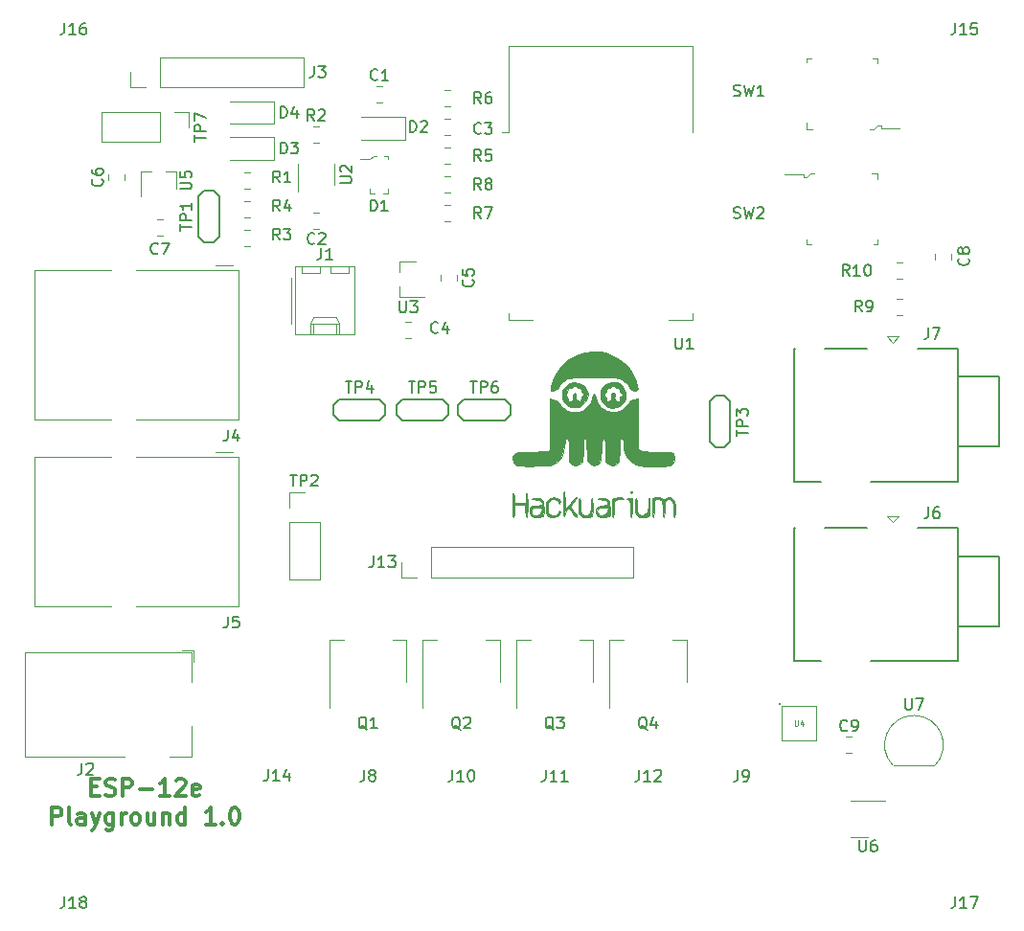
<source format=gbr>
G04 #@! TF.GenerationSoftware,KiCad,Pcbnew,5.0.2-1.fc29*
G04 #@! TF.CreationDate,2019-01-19T16:06:19+01:00*
G04 #@! TF.ProjectId,esp8266,65737038-3236-4362-9e6b-696361645f70,rev?*
G04 #@! TF.SameCoordinates,Original*
G04 #@! TF.FileFunction,Legend,Top*
G04 #@! TF.FilePolarity,Positive*
%FSLAX46Y46*%
G04 Gerber Fmt 4.6, Leading zero omitted, Abs format (unit mm)*
G04 Created by KiCad (PCBNEW 5.0.2-1.fc29) date Sat 19 Jan 2019 04:06:19 PM CET*
%MOMM*%
%LPD*%
G01*
G04 APERTURE LIST*
%ADD10C,0.300000*%
%ADD11C,0.120000*%
%ADD12C,0.150000*%
%ADD13C,0.100000*%
%ADD14C,0.050000*%
%ADD15C,0.010000*%
G04 APERTURE END LIST*
D10*
X82739285Y-127997857D02*
X83239285Y-127997857D01*
X83453571Y-128783571D02*
X82739285Y-128783571D01*
X82739285Y-127283571D01*
X83453571Y-127283571D01*
X84025000Y-128712142D02*
X84239285Y-128783571D01*
X84596428Y-128783571D01*
X84739285Y-128712142D01*
X84810714Y-128640714D01*
X84882142Y-128497857D01*
X84882142Y-128355000D01*
X84810714Y-128212142D01*
X84739285Y-128140714D01*
X84596428Y-128069285D01*
X84310714Y-127997857D01*
X84167857Y-127926428D01*
X84096428Y-127855000D01*
X84025000Y-127712142D01*
X84025000Y-127569285D01*
X84096428Y-127426428D01*
X84167857Y-127355000D01*
X84310714Y-127283571D01*
X84667857Y-127283571D01*
X84882142Y-127355000D01*
X85525000Y-128783571D02*
X85525000Y-127283571D01*
X86096428Y-127283571D01*
X86239285Y-127355000D01*
X86310714Y-127426428D01*
X86382142Y-127569285D01*
X86382142Y-127783571D01*
X86310714Y-127926428D01*
X86239285Y-127997857D01*
X86096428Y-128069285D01*
X85525000Y-128069285D01*
X87025000Y-128212142D02*
X88167857Y-128212142D01*
X89667857Y-128783571D02*
X88810714Y-128783571D01*
X89239285Y-128783571D02*
X89239285Y-127283571D01*
X89096428Y-127497857D01*
X88953571Y-127640714D01*
X88810714Y-127712142D01*
X90239285Y-127426428D02*
X90310714Y-127355000D01*
X90453571Y-127283571D01*
X90810714Y-127283571D01*
X90953571Y-127355000D01*
X91025000Y-127426428D01*
X91096428Y-127569285D01*
X91096428Y-127712142D01*
X91025000Y-127926428D01*
X90167857Y-128783571D01*
X91096428Y-128783571D01*
X92310714Y-128712142D02*
X92167857Y-128783571D01*
X91882142Y-128783571D01*
X91739285Y-128712142D01*
X91667857Y-128569285D01*
X91667857Y-127997857D01*
X91739285Y-127855000D01*
X91882142Y-127783571D01*
X92167857Y-127783571D01*
X92310714Y-127855000D01*
X92382142Y-127997857D01*
X92382142Y-128140714D01*
X91667857Y-128283571D01*
X79275000Y-131333571D02*
X79275000Y-129833571D01*
X79846428Y-129833571D01*
X79989285Y-129905000D01*
X80060714Y-129976428D01*
X80132142Y-130119285D01*
X80132142Y-130333571D01*
X80060714Y-130476428D01*
X79989285Y-130547857D01*
X79846428Y-130619285D01*
X79275000Y-130619285D01*
X80989285Y-131333571D02*
X80846428Y-131262142D01*
X80775000Y-131119285D01*
X80775000Y-129833571D01*
X82203571Y-131333571D02*
X82203571Y-130547857D01*
X82132142Y-130405000D01*
X81989285Y-130333571D01*
X81703571Y-130333571D01*
X81560714Y-130405000D01*
X82203571Y-131262142D02*
X82060714Y-131333571D01*
X81703571Y-131333571D01*
X81560714Y-131262142D01*
X81489285Y-131119285D01*
X81489285Y-130976428D01*
X81560714Y-130833571D01*
X81703571Y-130762142D01*
X82060714Y-130762142D01*
X82203571Y-130690714D01*
X82775000Y-130333571D02*
X83132142Y-131333571D01*
X83489285Y-130333571D02*
X83132142Y-131333571D01*
X82989285Y-131690714D01*
X82917857Y-131762142D01*
X82775000Y-131833571D01*
X84703571Y-130333571D02*
X84703571Y-131547857D01*
X84632142Y-131690714D01*
X84560714Y-131762142D01*
X84417857Y-131833571D01*
X84203571Y-131833571D01*
X84060714Y-131762142D01*
X84703571Y-131262142D02*
X84560714Y-131333571D01*
X84275000Y-131333571D01*
X84132142Y-131262142D01*
X84060714Y-131190714D01*
X83989285Y-131047857D01*
X83989285Y-130619285D01*
X84060714Y-130476428D01*
X84132142Y-130405000D01*
X84275000Y-130333571D01*
X84560714Y-130333571D01*
X84703571Y-130405000D01*
X85417857Y-131333571D02*
X85417857Y-130333571D01*
X85417857Y-130619285D02*
X85489285Y-130476428D01*
X85560714Y-130405000D01*
X85703571Y-130333571D01*
X85846428Y-130333571D01*
X86560714Y-131333571D02*
X86417857Y-131262142D01*
X86346428Y-131190714D01*
X86275000Y-131047857D01*
X86275000Y-130619285D01*
X86346428Y-130476428D01*
X86417857Y-130405000D01*
X86560714Y-130333571D01*
X86775000Y-130333571D01*
X86917857Y-130405000D01*
X86989285Y-130476428D01*
X87060714Y-130619285D01*
X87060714Y-131047857D01*
X86989285Y-131190714D01*
X86917857Y-131262142D01*
X86775000Y-131333571D01*
X86560714Y-131333571D01*
X88346428Y-130333571D02*
X88346428Y-131333571D01*
X87703571Y-130333571D02*
X87703571Y-131119285D01*
X87775000Y-131262142D01*
X87917857Y-131333571D01*
X88132142Y-131333571D01*
X88275000Y-131262142D01*
X88346428Y-131190714D01*
X89060714Y-130333571D02*
X89060714Y-131333571D01*
X89060714Y-130476428D02*
X89132142Y-130405000D01*
X89275000Y-130333571D01*
X89489285Y-130333571D01*
X89632142Y-130405000D01*
X89703571Y-130547857D01*
X89703571Y-131333571D01*
X91060714Y-131333571D02*
X91060714Y-129833571D01*
X91060714Y-131262142D02*
X90917857Y-131333571D01*
X90632142Y-131333571D01*
X90489285Y-131262142D01*
X90417857Y-131190714D01*
X90346428Y-131047857D01*
X90346428Y-130619285D01*
X90417857Y-130476428D01*
X90489285Y-130405000D01*
X90632142Y-130333571D01*
X90917857Y-130333571D01*
X91060714Y-130405000D01*
X93703571Y-131333571D02*
X92846428Y-131333571D01*
X93275000Y-131333571D02*
X93275000Y-129833571D01*
X93132142Y-130047857D01*
X92989285Y-130190714D01*
X92846428Y-130262142D01*
X94346428Y-131190714D02*
X94417857Y-131262142D01*
X94346428Y-131333571D01*
X94275000Y-131262142D01*
X94346428Y-131190714D01*
X94346428Y-131333571D01*
X95346428Y-129833571D02*
X95489285Y-129833571D01*
X95632142Y-129905000D01*
X95703571Y-129976428D01*
X95775000Y-130119285D01*
X95846428Y-130405000D01*
X95846428Y-130762142D01*
X95775000Y-131047857D01*
X95703571Y-131190714D01*
X95632142Y-131262142D01*
X95489285Y-131333571D01*
X95346428Y-131333571D01*
X95203571Y-131262142D01*
X95132142Y-131190714D01*
X95060714Y-131047857D01*
X94989285Y-130762142D01*
X94989285Y-130405000D01*
X95060714Y-130119285D01*
X95132142Y-129976428D01*
X95203571Y-129905000D01*
X95346428Y-129833571D01*
D11*
G04 #@! TO.C,C9*
X149463749Y-125010000D02*
X149986253Y-125010000D01*
X149463749Y-123590000D02*
X149986253Y-123590000D01*
G04 #@! TO.C,C8*
X158720000Y-81381252D02*
X158720000Y-80858748D01*
X157300000Y-81381252D02*
X157300000Y-80858748D01*
G04 #@! TO.C,TP7*
X91395000Y-68360000D02*
X91395000Y-69690000D01*
X90065000Y-68360000D02*
X91395000Y-68360000D01*
X88795000Y-68360000D02*
X88795000Y-71020000D01*
X88795000Y-71020000D02*
X83655000Y-71020000D01*
X88795000Y-68360000D02*
X83655000Y-68360000D01*
X83655000Y-68360000D02*
X83655000Y-71020000D01*
G04 #@! TO.C,TP2*
X100270000Y-101970000D02*
X101600000Y-101970000D01*
X100270000Y-103300000D02*
X100270000Y-101970000D01*
X100270000Y-104570000D02*
X102930000Y-104570000D01*
X102930000Y-104570000D02*
X102930000Y-109710000D01*
X100270000Y-104570000D02*
X100270000Y-109710000D01*
X100270000Y-109710000D02*
X102930000Y-109710000D01*
D12*
G04 #@! TO.C,TP5*
X109736000Y-94309000D02*
X110236000Y-93809000D01*
X109736000Y-95109000D02*
X109736000Y-94309000D01*
X110236000Y-95609000D02*
X109736000Y-95109000D01*
X113836000Y-95609000D02*
X110236000Y-95609000D01*
X114336000Y-95109000D02*
X113836000Y-95609000D01*
X114336000Y-94309000D02*
X114336000Y-95109000D01*
X113836000Y-93809000D02*
X114336000Y-94309000D01*
X110236000Y-93809000D02*
X113836000Y-93809000D01*
G04 #@! TO.C,TP6*
X115197000Y-94309000D02*
X115697000Y-93809000D01*
X115197000Y-95109000D02*
X115197000Y-94309000D01*
X115697000Y-95609000D02*
X115197000Y-95109000D01*
X119297000Y-95609000D02*
X115697000Y-95609000D01*
X119797000Y-95109000D02*
X119297000Y-95609000D01*
X119797000Y-94309000D02*
X119797000Y-95109000D01*
X119297000Y-93809000D02*
X119797000Y-94309000D01*
X115697000Y-93809000D02*
X119297000Y-93809000D01*
D11*
G04 #@! TO.C,J13*
X110198000Y-109482000D02*
X110198000Y-108152000D01*
X111528000Y-109482000D02*
X110198000Y-109482000D01*
X112798000Y-109482000D02*
X112798000Y-106822000D01*
X112798000Y-106822000D02*
X130638000Y-106822000D01*
X112798000Y-109482000D02*
X130638000Y-109482000D01*
X130638000Y-109482000D02*
X130638000Y-106822000D01*
D12*
G04 #@! TO.C,TP3*
X138725000Y-93425000D02*
X139225000Y-93925000D01*
X137925000Y-93425000D02*
X138725000Y-93425000D01*
X137425000Y-93925000D02*
X137925000Y-93425000D01*
X137425000Y-97525000D02*
X137425000Y-93925000D01*
X137925000Y-98025000D02*
X137425000Y-97525000D01*
X138725000Y-98025000D02*
X137925000Y-98025000D01*
X139225000Y-97525000D02*
X138725000Y-98025000D01*
X139225000Y-93925000D02*
X139225000Y-97525000D01*
G04 #@! TO.C,TP4*
X104148000Y-94309000D02*
X104648000Y-93809000D01*
X104148000Y-95109000D02*
X104148000Y-94309000D01*
X104648000Y-95609000D02*
X104148000Y-95109000D01*
X108248000Y-95609000D02*
X104648000Y-95609000D01*
X108748000Y-95109000D02*
X108248000Y-95609000D01*
X108748000Y-94309000D02*
X108748000Y-95109000D01*
X108248000Y-93809000D02*
X108748000Y-94309000D01*
X104648000Y-93809000D02*
X108248000Y-93809000D01*
D11*
G04 #@! TO.C,C1*
X107955748Y-67479000D02*
X108478252Y-67479000D01*
X107955748Y-66059000D02*
X108478252Y-66059000D01*
G04 #@! TO.C,Q2*
X112055000Y-121015000D02*
X112055000Y-115005000D01*
X118875000Y-118765000D02*
X118875000Y-115005000D01*
X112055000Y-115005000D02*
X113315000Y-115005000D01*
X118875000Y-115005000D02*
X117615000Y-115005000D01*
G04 #@! TO.C,Q3*
X120310000Y-121015000D02*
X120310000Y-115005000D01*
X127130000Y-118765000D02*
X127130000Y-115005000D01*
X120310000Y-115005000D02*
X121570000Y-115005000D01*
X127130000Y-115005000D02*
X125870000Y-115005000D01*
G04 #@! TO.C,Q4*
X128565000Y-121015000D02*
X128565000Y-115005000D01*
X135385000Y-118765000D02*
X135385000Y-115005000D01*
X128565000Y-115005000D02*
X129825000Y-115005000D01*
X135385000Y-115005000D02*
X134125000Y-115005000D01*
G04 #@! TO.C,Q1*
X103800000Y-121015000D02*
X103800000Y-115005000D01*
X110620000Y-118765000D02*
X110620000Y-115005000D01*
X103800000Y-115005000D02*
X105060000Y-115005000D01*
X110620000Y-115005000D02*
X109360000Y-115005000D01*
G04 #@! TO.C,U7*
X157308478Y-126138478D02*
G75*
G03X155470000Y-121700000I-1838478J1838478D01*
G01*
X153631522Y-126138478D02*
G75*
G02X155470000Y-121700000I1838478J1838478D01*
G01*
X153670000Y-126150000D02*
X157270000Y-126150000D01*
G04 #@! TO.C,C2*
X102908252Y-77235000D02*
X102385748Y-77235000D01*
X102908252Y-78655000D02*
X102385748Y-78655000D01*
G04 #@! TO.C,C3*
X114456252Y-68980000D02*
X113933748Y-68980000D01*
X114456252Y-70400000D02*
X113933748Y-70400000D01*
G04 #@! TO.C,C4*
X111027252Y-86887000D02*
X110504748Y-86887000D01*
X111027252Y-88307000D02*
X110504748Y-88307000D01*
G04 #@! TO.C,C5*
X115032000Y-83286252D02*
X115032000Y-82763748D01*
X113612000Y-83286252D02*
X113612000Y-82763748D01*
D13*
G04 #@! TO.C,D1*
X108975000Y-72231000D02*
X108975000Y-72531000D01*
X108600000Y-72231000D02*
X108975000Y-72231000D01*
X108975000Y-75531000D02*
X108525000Y-75531000D01*
X108975000Y-75231000D02*
X108975000Y-75531000D01*
X108975000Y-75306000D02*
X108975000Y-75181000D01*
X107325000Y-75531000D02*
X107325000Y-75181000D01*
X107800000Y-75531000D02*
X107325000Y-75531000D01*
X107325000Y-72556000D02*
X106550000Y-72556000D01*
X107325000Y-72506000D02*
X107325000Y-72556000D01*
X107700000Y-72231000D02*
X107325000Y-72506000D01*
X107975000Y-72231000D02*
X107700000Y-72231000D01*
D11*
G04 #@! TO.C,D2*
X110476000Y-70817000D02*
X106576000Y-70817000D01*
X110476000Y-68817000D02*
X106576000Y-68817000D01*
X110476000Y-70817000D02*
X110476000Y-68817000D01*
G04 #@! TO.C,J1*
X105470000Y-82627000D02*
X105470000Y-82027000D01*
X103870000Y-82627000D02*
X105470000Y-82627000D01*
X103870000Y-82027000D02*
X103870000Y-82627000D01*
X102930000Y-82627000D02*
X102930000Y-82027000D01*
X101330000Y-82627000D02*
X102930000Y-82627000D01*
X101330000Y-82027000D02*
X101330000Y-82627000D01*
X104420000Y-88047000D02*
X104420000Y-87047000D01*
X102380000Y-88047000D02*
X102380000Y-87047000D01*
X104420000Y-86517000D02*
X104670000Y-87047000D01*
X102380000Y-86517000D02*
X104420000Y-86517000D01*
X102130000Y-87047000D02*
X102380000Y-86517000D01*
X104670000Y-87047000D02*
X104670000Y-88047000D01*
X102130000Y-87047000D02*
X104670000Y-87047000D01*
X102130000Y-88047000D02*
X102130000Y-87047000D01*
X100460000Y-83057000D02*
X100460000Y-87057000D01*
X106050000Y-82027000D02*
X100750000Y-82027000D01*
X106050000Y-88047000D02*
X106050000Y-82027000D01*
X100750000Y-88047000D02*
X106050000Y-88047000D01*
X100750000Y-82027000D02*
X100750000Y-88047000D01*
G04 #@! TO.C,R1*
X96803252Y-73679000D02*
X96280748Y-73679000D01*
X96803252Y-75099000D02*
X96280748Y-75099000D01*
G04 #@! TO.C,R2*
X102376748Y-71035000D02*
X102899252Y-71035000D01*
X102376748Y-69615000D02*
X102899252Y-69615000D01*
G04 #@! TO.C,R3*
X96803252Y-78759000D02*
X96280748Y-78759000D01*
X96803252Y-80179000D02*
X96280748Y-80179000D01*
G04 #@! TO.C,R4*
X96280748Y-77639000D02*
X96803252Y-77639000D01*
X96280748Y-76219000D02*
X96803252Y-76219000D01*
G04 #@! TO.C,R5*
X113933748Y-72940000D02*
X114456252Y-72940000D01*
X113933748Y-71520000D02*
X114456252Y-71520000D01*
G04 #@! TO.C,R6*
X114456252Y-66440000D02*
X113933748Y-66440000D01*
X114456252Y-67860000D02*
X113933748Y-67860000D01*
G04 #@! TO.C,U2*
X101028000Y-72981000D02*
X101028000Y-75431000D01*
X104248000Y-74781000D02*
X104248000Y-72981000D01*
G04 #@! TO.C,U3*
X110006000Y-81553000D02*
X111466000Y-81553000D01*
X110006000Y-84713000D02*
X112166000Y-84713000D01*
X110006000Y-84713000D02*
X110006000Y-83783000D01*
X110006000Y-81553000D02*
X110006000Y-82483000D01*
G04 #@! TO.C,U1*
X119664000Y-70124000D02*
X119054000Y-70124000D01*
X119664000Y-70124000D02*
X119664000Y-62504000D01*
X119664000Y-86744000D02*
X119664000Y-86124000D01*
X121784000Y-86744000D02*
X119664000Y-86744000D01*
X135904000Y-86744000D02*
X133784000Y-86744000D01*
X135904000Y-86124000D02*
X135904000Y-86744000D01*
X135904000Y-62504000D02*
X135904000Y-70124000D01*
X119664000Y-62504000D02*
X135904000Y-62504000D01*
G04 #@! TO.C,J2*
X91600000Y-116125000D02*
X91600000Y-118725000D01*
X76900000Y-116125000D02*
X91600000Y-116125000D01*
X91600000Y-125325000D02*
X89700000Y-125325000D01*
X91600000Y-122625000D02*
X91600000Y-125325000D01*
X76900000Y-125325000D02*
X76900000Y-116125000D01*
X85700000Y-125325000D02*
X76900000Y-125325000D01*
X90750000Y-115925000D02*
X91800000Y-115925000D01*
X91800000Y-116975000D02*
X91800000Y-115925000D01*
G04 #@! TO.C,U6*
X152890000Y-129220000D02*
X149890000Y-129220000D01*
X151390000Y-132440000D02*
X149890000Y-132440000D01*
G04 #@! TO.C,J3*
X86195000Y-66175000D02*
X86195000Y-64845000D01*
X87525000Y-66175000D02*
X86195000Y-66175000D01*
X88795000Y-66175000D02*
X88795000Y-63515000D01*
X88795000Y-63515000D02*
X101555000Y-63515000D01*
X88795000Y-66175000D02*
X101555000Y-66175000D01*
X101555000Y-66175000D02*
X101555000Y-63515000D01*
G04 #@! TO.C,J4*
X95740000Y-82370000D02*
X95740000Y-95570000D01*
X95740000Y-95570000D02*
X86720000Y-95570000D01*
D13*
X77860000Y-95570000D02*
X77740000Y-95570000D01*
D11*
X77740000Y-95570000D02*
X84520000Y-95570000D01*
D13*
X77750000Y-95570000D02*
X77740000Y-95570000D01*
D11*
X77740000Y-95570000D02*
X77740000Y-82370000D01*
X77740000Y-82370000D02*
X84520000Y-82370000D01*
D13*
X86790000Y-82370000D02*
X86720000Y-82370000D01*
D11*
X86720000Y-82370000D02*
X95740000Y-82370000D01*
X93740000Y-81900000D02*
X95270000Y-81900000D01*
G04 #@! TO.C,J5*
X95740000Y-98880000D02*
X95740000Y-112080000D01*
X95740000Y-112080000D02*
X86720000Y-112080000D01*
D13*
X77860000Y-112080000D02*
X77740000Y-112080000D01*
D11*
X77740000Y-112080000D02*
X84520000Y-112080000D01*
D13*
X77750000Y-112080000D02*
X77740000Y-112080000D01*
D11*
X77740000Y-112080000D02*
X77740000Y-98880000D01*
X77740000Y-98880000D02*
X84520000Y-98880000D01*
D13*
X86790000Y-98880000D02*
X86720000Y-98880000D01*
D11*
X86720000Y-98880000D02*
X95740000Y-98880000D01*
X93740000Y-98410000D02*
X95270000Y-98410000D01*
G04 #@! TO.C,R7*
X113933748Y-78020000D02*
X114456252Y-78020000D01*
X113933748Y-76600000D02*
X114456252Y-76600000D01*
D13*
G04 #@! TO.C,SW1*
X145995000Y-63625000D02*
X146370000Y-63625000D01*
X145995000Y-64000000D02*
X145995000Y-63625000D01*
X152245000Y-63625000D02*
X152245000Y-64025000D01*
X151845000Y-63625000D02*
X152245000Y-63625000D01*
X145995000Y-69875000D02*
X146495000Y-69875000D01*
X145995000Y-69325000D02*
X145995000Y-69875000D01*
X152545000Y-69775000D02*
X154195000Y-69775000D01*
X152545000Y-69550000D02*
X152545000Y-69775000D01*
X152245000Y-69550000D02*
X152545000Y-69550000D01*
X151895000Y-69875000D02*
X152245000Y-69550000D01*
X151895000Y-69875000D02*
X151595000Y-69875000D01*
D12*
G04 #@! TO.C,TP1*
X92750000Y-79895000D02*
X92250000Y-79395000D01*
X93550000Y-79895000D02*
X92750000Y-79895000D01*
X94050000Y-79395000D02*
X93550000Y-79895000D01*
X94050000Y-75795000D02*
X94050000Y-79395000D01*
X93550000Y-75295000D02*
X94050000Y-75795000D01*
X92750000Y-75295000D02*
X93550000Y-75295000D01*
X92250000Y-75795000D02*
X92750000Y-75295000D01*
X92250000Y-79395000D02*
X92250000Y-75795000D01*
D11*
G04 #@! TO.C,C6*
X85695000Y-74396252D02*
X85695000Y-73873748D01*
X84275000Y-74396252D02*
X84275000Y-73873748D01*
G04 #@! TO.C,C7*
X88533748Y-79290000D02*
X89056252Y-79290000D01*
X88533748Y-77870000D02*
X89056252Y-77870000D01*
G04 #@! TO.C,D3*
X98919000Y-72595000D02*
X95019000Y-72595000D01*
X98919000Y-70595000D02*
X95019000Y-70595000D01*
X98919000Y-72595000D02*
X98919000Y-70595000D01*
G04 #@! TO.C,D4*
X98919000Y-69420000D02*
X95019000Y-69420000D01*
X98919000Y-67420000D02*
X95019000Y-67420000D01*
X98919000Y-69420000D02*
X98919000Y-67420000D01*
D12*
G04 #@! TO.C,J6*
X162965000Y-107620000D02*
X159365000Y-107620000D01*
X162965000Y-113820000D02*
X162965000Y-107620000D01*
X159365000Y-113820000D02*
X162965000Y-113820000D01*
X159365000Y-105120000D02*
X159365000Y-116920000D01*
X155815000Y-105120000D02*
X159365000Y-105120000D01*
X147565000Y-105120000D02*
X151315000Y-105120000D01*
X144865000Y-105120000D02*
X144965000Y-105120000D01*
X144865000Y-116920000D02*
X144865000Y-105120000D01*
X147265000Y-116920000D02*
X144865000Y-116920000D01*
X159365000Y-116920000D02*
X151615000Y-116920000D01*
D11*
X153565000Y-104620000D02*
X154065000Y-104070000D01*
X154065000Y-104070000D02*
X153065000Y-104070000D01*
X153065000Y-104070000D02*
X153565000Y-104620000D01*
D12*
G04 #@! TO.C,J7*
X162965000Y-91745000D02*
X159365000Y-91745000D01*
X162965000Y-97945000D02*
X162965000Y-91745000D01*
X159365000Y-97945000D02*
X162965000Y-97945000D01*
X159365000Y-89245000D02*
X159365000Y-101045000D01*
X155815000Y-89245000D02*
X159365000Y-89245000D01*
X147565000Y-89245000D02*
X151315000Y-89245000D01*
X144865000Y-89245000D02*
X144965000Y-89245000D01*
X144865000Y-101045000D02*
X144865000Y-89245000D01*
X147265000Y-101045000D02*
X144865000Y-101045000D01*
X159365000Y-101045000D02*
X151615000Y-101045000D01*
D11*
X153565000Y-88745000D02*
X154065000Y-88195000D01*
X154065000Y-88195000D02*
X153065000Y-88195000D01*
X153065000Y-88195000D02*
X153565000Y-88745000D01*
G04 #@! TO.C,R8*
X113933748Y-75480000D02*
X114456252Y-75480000D01*
X113933748Y-74060000D02*
X114456252Y-74060000D01*
G04 #@! TO.C,R9*
X154461252Y-84855000D02*
X153938748Y-84855000D01*
X154461252Y-86275000D02*
X153938748Y-86275000D01*
G04 #@! TO.C,R10*
X154461252Y-81680000D02*
X153938748Y-81680000D01*
X154461252Y-83100000D02*
X153938748Y-83100000D01*
D13*
G04 #@! TO.C,SW2*
X152245000Y-80035000D02*
X151870000Y-80035000D01*
X152245000Y-79660000D02*
X152245000Y-80035000D01*
X145995000Y-80035000D02*
X145995000Y-79635000D01*
X146395000Y-80035000D02*
X145995000Y-80035000D01*
X152245000Y-73785000D02*
X151745000Y-73785000D01*
X152245000Y-74335000D02*
X152245000Y-73785000D01*
X145695000Y-73885000D02*
X144045000Y-73885000D01*
X145695000Y-74110000D02*
X145695000Y-73885000D01*
X145995000Y-74110000D02*
X145695000Y-74110000D01*
X146345000Y-73785000D02*
X145995000Y-74110000D01*
X146345000Y-73785000D02*
X146645000Y-73785000D01*
D11*
G04 #@! TO.C,U5*
X90290000Y-73645000D02*
X90290000Y-75105000D01*
X87130000Y-73645000D02*
X87130000Y-75805000D01*
X87130000Y-73645000D02*
X88060000Y-73645000D01*
X90290000Y-73645000D02*
X89360000Y-73645000D01*
D14*
G04 #@! TO.C,U4*
X143810000Y-123895000D02*
X143810000Y-120895000D01*
X146810000Y-123895000D02*
X143810000Y-123895000D01*
X146810000Y-120895000D02*
X146810000Y-123895000D01*
X143810000Y-120895000D02*
X146810000Y-120895000D01*
X143710000Y-120695000D02*
G75*
G03X143710000Y-120695000I-100000J0D01*
G01*
D15*
G04 #@! TO.C,G\002A\002A\002A*
G36*
X127800047Y-89548852D02*
X128171799Y-89635442D01*
X128966301Y-89948703D01*
X129640793Y-90380700D01*
X130193605Y-90929856D01*
X130623070Y-91594596D01*
X130868746Y-92184495D01*
X130988903Y-92565338D01*
X131042417Y-92811852D01*
X131025582Y-92946913D01*
X130934689Y-92993396D01*
X130766032Y-92974177D01*
X130741625Y-92968820D01*
X130539177Y-92917163D01*
X130426833Y-92877026D01*
X130420604Y-92871903D01*
X130191142Y-92520164D01*
X130009996Y-92281863D01*
X129844598Y-92121670D01*
X129662379Y-92004257D01*
X129584188Y-91964590D01*
X129456887Y-91907728D01*
X129324178Y-91864319D01*
X129162117Y-91832588D01*
X128946764Y-91810760D01*
X128654176Y-91797059D01*
X128260410Y-91789711D01*
X127741525Y-91786942D01*
X127186768Y-91786859D01*
X126463827Y-91789884D01*
X125888106Y-91801090D01*
X125437515Y-91825891D01*
X125089963Y-91869699D01*
X124823361Y-91937926D01*
X124615618Y-92035985D01*
X124444643Y-92169287D01*
X124288346Y-92343246D01*
X124147349Y-92531551D01*
X123922613Y-92805121D01*
X123724546Y-92949834D01*
X123592839Y-92988563D01*
X123409782Y-92993601D01*
X123343447Y-92921528D01*
X123340000Y-92878546D01*
X123377709Y-92630613D01*
X123477298Y-92289684D01*
X123618455Y-91910813D01*
X123780869Y-91549053D01*
X123928406Y-91283638D01*
X124400248Y-90693847D01*
X124977161Y-90210453D01*
X125632372Y-89843858D01*
X126339105Y-89604460D01*
X127070589Y-89502658D01*
X127800047Y-89548852D01*
X127800047Y-89548852D01*
G37*
X127800047Y-89548852D02*
X128171799Y-89635442D01*
X128966301Y-89948703D01*
X129640793Y-90380700D01*
X130193605Y-90929856D01*
X130623070Y-91594596D01*
X130868746Y-92184495D01*
X130988903Y-92565338D01*
X131042417Y-92811852D01*
X131025582Y-92946913D01*
X130934689Y-92993396D01*
X130766032Y-92974177D01*
X130741625Y-92968820D01*
X130539177Y-92917163D01*
X130426833Y-92877026D01*
X130420604Y-92871903D01*
X130191142Y-92520164D01*
X130009996Y-92281863D01*
X129844598Y-92121670D01*
X129662379Y-92004257D01*
X129584188Y-91964590D01*
X129456887Y-91907728D01*
X129324178Y-91864319D01*
X129162117Y-91832588D01*
X128946764Y-91810760D01*
X128654176Y-91797059D01*
X128260410Y-91789711D01*
X127741525Y-91786942D01*
X127186768Y-91786859D01*
X126463827Y-91789884D01*
X125888106Y-91801090D01*
X125437515Y-91825891D01*
X125089963Y-91869699D01*
X124823361Y-91937926D01*
X124615618Y-92035985D01*
X124444643Y-92169287D01*
X124288346Y-92343246D01*
X124147349Y-92531551D01*
X123922613Y-92805121D01*
X123724546Y-92949834D01*
X123592839Y-92988563D01*
X123409782Y-92993601D01*
X123343447Y-92921528D01*
X123340000Y-92878546D01*
X123377709Y-92630613D01*
X123477298Y-92289684D01*
X123618455Y-91910813D01*
X123780869Y-91549053D01*
X123928406Y-91283638D01*
X124400248Y-90693847D01*
X124977161Y-90210453D01*
X125632372Y-89843858D01*
X126339105Y-89604460D01*
X127070589Y-89502658D01*
X127800047Y-89548852D01*
G36*
X129221469Y-92268981D02*
X129571022Y-92446457D01*
X129835072Y-92741627D01*
X129985883Y-93138708D01*
X130003006Y-93255549D01*
X129969736Y-93659387D01*
X129803087Y-94004350D01*
X129534357Y-94270995D01*
X129194843Y-94439877D01*
X128815843Y-94491555D01*
X128428657Y-94406586D01*
X128275943Y-94328427D01*
X127982834Y-94063750D01*
X127807668Y-93725265D01*
X127748521Y-93351088D01*
X127755843Y-93301546D01*
X128093585Y-93301546D01*
X128114562Y-93436536D01*
X128217117Y-93512321D01*
X128311304Y-93619753D01*
X128301509Y-93698354D01*
X128286047Y-93861011D01*
X128346886Y-93973478D01*
X128388229Y-93986333D01*
X128488287Y-93950868D01*
X128602954Y-93894376D01*
X128717087Y-93797342D01*
X128739262Y-93641621D01*
X128720344Y-93512271D01*
X128701641Y-93298765D01*
X128760109Y-93191794D01*
X128805501Y-93168557D01*
X128954511Y-93178076D01*
X129040861Y-93287974D01*
X129015716Y-93431385D01*
X129006362Y-93443595D01*
X128963736Y-93609272D01*
X129050919Y-93791033D01*
X129202728Y-93912760D01*
X129374067Y-93945443D01*
X129466669Y-93843598D01*
X129458081Y-93638294D01*
X129470031Y-93505026D01*
X129553125Y-93478333D01*
X129667705Y-93422903D01*
X129678106Y-93306013D01*
X129581627Y-93201759D01*
X129563493Y-93193905D01*
X129470712Y-93080391D01*
X129457660Y-92952013D01*
X129441497Y-92807242D01*
X129318368Y-92776445D01*
X129284986Y-92779339D01*
X129112164Y-92746841D01*
X129043094Y-92673506D01*
X128932281Y-92560102D01*
X128785084Y-92577601D01*
X128699304Y-92668108D01*
X128567981Y-92761824D01*
X128462264Y-92773942D01*
X128334881Y-92801589D01*
X128312807Y-92943499D01*
X128313672Y-92952013D01*
X128281175Y-93124835D01*
X128207839Y-93193905D01*
X128093585Y-93301546D01*
X127755843Y-93301546D01*
X127803470Y-92979334D01*
X127970591Y-92648119D01*
X128247959Y-92395559D01*
X128376801Y-92330238D01*
X128814150Y-92224981D01*
X129221469Y-92268981D01*
X129221469Y-92268981D01*
G37*
X129221469Y-92268981D02*
X129571022Y-92446457D01*
X129835072Y-92741627D01*
X129985883Y-93138708D01*
X130003006Y-93255549D01*
X129969736Y-93659387D01*
X129803087Y-94004350D01*
X129534357Y-94270995D01*
X129194843Y-94439877D01*
X128815843Y-94491555D01*
X128428657Y-94406586D01*
X128275943Y-94328427D01*
X127982834Y-94063750D01*
X127807668Y-93725265D01*
X127748521Y-93351088D01*
X127755843Y-93301546D01*
X128093585Y-93301546D01*
X128114562Y-93436536D01*
X128217117Y-93512321D01*
X128311304Y-93619753D01*
X128301509Y-93698354D01*
X128286047Y-93861011D01*
X128346886Y-93973478D01*
X128388229Y-93986333D01*
X128488287Y-93950868D01*
X128602954Y-93894376D01*
X128717087Y-93797342D01*
X128739262Y-93641621D01*
X128720344Y-93512271D01*
X128701641Y-93298765D01*
X128760109Y-93191794D01*
X128805501Y-93168557D01*
X128954511Y-93178076D01*
X129040861Y-93287974D01*
X129015716Y-93431385D01*
X129006362Y-93443595D01*
X128963736Y-93609272D01*
X129050919Y-93791033D01*
X129202728Y-93912760D01*
X129374067Y-93945443D01*
X129466669Y-93843598D01*
X129458081Y-93638294D01*
X129470031Y-93505026D01*
X129553125Y-93478333D01*
X129667705Y-93422903D01*
X129678106Y-93306013D01*
X129581627Y-93201759D01*
X129563493Y-93193905D01*
X129470712Y-93080391D01*
X129457660Y-92952013D01*
X129441497Y-92807242D01*
X129318368Y-92776445D01*
X129284986Y-92779339D01*
X129112164Y-92746841D01*
X129043094Y-92673506D01*
X128932281Y-92560102D01*
X128785084Y-92577601D01*
X128699304Y-92668108D01*
X128567981Y-92761824D01*
X128462264Y-92773942D01*
X128334881Y-92801589D01*
X128312807Y-92943499D01*
X128313672Y-92952013D01*
X128281175Y-93124835D01*
X128207839Y-93193905D01*
X128093585Y-93301546D01*
X127755843Y-93301546D01*
X127803470Y-92979334D01*
X127970591Y-92648119D01*
X128247959Y-92395559D01*
X128376801Y-92330238D01*
X128814150Y-92224981D01*
X129221469Y-92268981D01*
G36*
X125847669Y-92286341D02*
X126207262Y-92496963D01*
X126492083Y-92846041D01*
X126523044Y-92902628D01*
X126633061Y-93282058D01*
X126578633Y-93666897D01*
X126363458Y-94042517D01*
X126187140Y-94231329D01*
X125886880Y-94407375D01*
X125515420Y-94478456D01*
X125138357Y-94439410D01*
X124889277Y-94333457D01*
X124591428Y-94059794D01*
X124415776Y-93715688D01*
X124366254Y-93380388D01*
X124694991Y-93380388D01*
X124741308Y-93447313D01*
X124758166Y-93454117D01*
X124842003Y-93559054D01*
X124864000Y-93682944D01*
X124882788Y-93853556D01*
X124911235Y-93920680D01*
X125032244Y-93943859D01*
X125191825Y-93894396D01*
X125295818Y-93804793D01*
X125301515Y-93785958D01*
X125314021Y-93636244D01*
X125322682Y-93436000D01*
X125366475Y-93235744D01*
X125456666Y-93182000D01*
X125546800Y-93238673D01*
X125564637Y-93425455D01*
X125562800Y-93452576D01*
X125590893Y-93696938D01*
X125724764Y-93851211D01*
X125914103Y-93938301D01*
X126021815Y-93877051D01*
X126049333Y-93715503D01*
X126113489Y-93523000D01*
X126197500Y-93429402D01*
X126298096Y-93336696D01*
X126261414Y-93259892D01*
X126189936Y-93204007D01*
X126077242Y-93046352D01*
X126062936Y-92923605D01*
X126044105Y-92796174D01*
X125901249Y-92757087D01*
X125886443Y-92756829D01*
X125715740Y-92717549D01*
X125646554Y-92650996D01*
X125548123Y-92556918D01*
X125408890Y-92572220D01*
X125318182Y-92673397D01*
X125208232Y-92761400D01*
X125066839Y-92748885D01*
X124914529Y-92736640D01*
X124865675Y-92830646D01*
X124864000Y-92877636D01*
X124820734Y-93095580D01*
X124758166Y-93236544D01*
X124694991Y-93380388D01*
X124366254Y-93380388D01*
X124360063Y-93338471D01*
X124422031Y-92965475D01*
X124599420Y-92634034D01*
X124889972Y-92381479D01*
X125010992Y-92321523D01*
X125440009Y-92224440D01*
X125847669Y-92286341D01*
X125847669Y-92286341D01*
G37*
X125847669Y-92286341D02*
X126207262Y-92496963D01*
X126492083Y-92846041D01*
X126523044Y-92902628D01*
X126633061Y-93282058D01*
X126578633Y-93666897D01*
X126363458Y-94042517D01*
X126187140Y-94231329D01*
X125886880Y-94407375D01*
X125515420Y-94478456D01*
X125138357Y-94439410D01*
X124889277Y-94333457D01*
X124591428Y-94059794D01*
X124415776Y-93715688D01*
X124366254Y-93380388D01*
X124694991Y-93380388D01*
X124741308Y-93447313D01*
X124758166Y-93454117D01*
X124842003Y-93559054D01*
X124864000Y-93682944D01*
X124882788Y-93853556D01*
X124911235Y-93920680D01*
X125032244Y-93943859D01*
X125191825Y-93894396D01*
X125295818Y-93804793D01*
X125301515Y-93785958D01*
X125314021Y-93636244D01*
X125322682Y-93436000D01*
X125366475Y-93235744D01*
X125456666Y-93182000D01*
X125546800Y-93238673D01*
X125564637Y-93425455D01*
X125562800Y-93452576D01*
X125590893Y-93696938D01*
X125724764Y-93851211D01*
X125914103Y-93938301D01*
X126021815Y-93877051D01*
X126049333Y-93715503D01*
X126113489Y-93523000D01*
X126197500Y-93429402D01*
X126298096Y-93336696D01*
X126261414Y-93259892D01*
X126189936Y-93204007D01*
X126077242Y-93046352D01*
X126062936Y-92923605D01*
X126044105Y-92796174D01*
X125901249Y-92757087D01*
X125886443Y-92756829D01*
X125715740Y-92717549D01*
X125646554Y-92650996D01*
X125548123Y-92556918D01*
X125408890Y-92572220D01*
X125318182Y-92673397D01*
X125208232Y-92761400D01*
X125066839Y-92748885D01*
X124914529Y-92736640D01*
X124865675Y-92830646D01*
X124864000Y-92877636D01*
X124820734Y-93095580D01*
X124758166Y-93236544D01*
X124694991Y-93380388D01*
X124366254Y-93380388D01*
X124360063Y-93338471D01*
X124422031Y-92965475D01*
X124599420Y-92634034D01*
X124889972Y-92381479D01*
X125010992Y-92321523D01*
X125440009Y-92224440D01*
X125847669Y-92286341D01*
G36*
X127268988Y-93357532D02*
X127323927Y-93563000D01*
X127478854Y-94066624D01*
X127758045Y-94456598D01*
X128166833Y-94739808D01*
X128272212Y-94787437D01*
X128750223Y-94902675D01*
X129229354Y-94867231D01*
X129672536Y-94692352D01*
X130042697Y-94389288D01*
X130178898Y-94208909D01*
X130308605Y-94005421D01*
X130391095Y-93874443D01*
X130406144Y-93849398D01*
X130482440Y-93829653D01*
X130667468Y-93793020D01*
X130727166Y-93782062D01*
X131044666Y-93724660D01*
X131044666Y-95887496D01*
X131045307Y-96550324D01*
X131048242Y-97064718D01*
X131054987Y-97451575D01*
X131067060Y-97731794D01*
X131085979Y-97926272D01*
X131113261Y-98055907D01*
X131150423Y-98141596D01*
X131198982Y-98204238D01*
X131214000Y-98219666D01*
X131291870Y-98284463D01*
X131393598Y-98330335D01*
X131547355Y-98360501D01*
X131781313Y-98378182D01*
X132123642Y-98386598D01*
X132602515Y-98388966D01*
X132695666Y-98389000D01*
X133199526Y-98390686D01*
X133562240Y-98397894D01*
X133811979Y-98413841D01*
X133976915Y-98441747D01*
X134085218Y-98484833D01*
X134165061Y-98546318D01*
X134177333Y-98558333D01*
X134322725Y-98811715D01*
X134328776Y-99104804D01*
X134197777Y-99384493D01*
X134138848Y-99451181D01*
X134056229Y-99528049D01*
X133967721Y-99583161D01*
X133845494Y-99620136D01*
X133661716Y-99642590D01*
X133388559Y-99654140D01*
X132998193Y-99658403D01*
X132539850Y-99659000D01*
X132022024Y-99657940D01*
X131641219Y-99652007D01*
X131365122Y-99637064D01*
X131161422Y-99608978D01*
X130997807Y-99563615D01*
X130841965Y-99496840D01*
X130697409Y-99423258D01*
X130269402Y-99111650D01*
X129972642Y-98694198D01*
X129809005Y-98174322D01*
X129774666Y-97744331D01*
X129769202Y-97449678D01*
X129744936Y-97286506D01*
X129690060Y-97217110D01*
X129605333Y-97203666D01*
X129531044Y-97214437D01*
X129482355Y-97266321D01*
X129453895Y-97388675D01*
X129440296Y-97610854D01*
X129436189Y-97962217D01*
X129436000Y-98129488D01*
X129428959Y-98529849D01*
X129409932Y-98885162D01*
X129382059Y-99150180D01*
X129357379Y-99262098D01*
X129200786Y-99460202D01*
X128950349Y-99575359D01*
X128671580Y-99581878D01*
X128596575Y-99560442D01*
X128427117Y-99479936D01*
X128309022Y-99365671D01*
X128233210Y-99188606D01*
X128190597Y-98919701D01*
X128172100Y-98529913D01*
X128168692Y-98192291D01*
X128165414Y-97766324D01*
X128155514Y-97482698D01*
X128134808Y-97314442D01*
X128099113Y-97234581D01*
X128044246Y-97216143D01*
X128017833Y-97219566D01*
X127952871Y-97252210D01*
X127906718Y-97339869D01*
X127874100Y-97510780D01*
X127849743Y-97793179D01*
X127828373Y-98215302D01*
X127827333Y-98239540D01*
X127796497Y-98749403D01*
X127747131Y-99113313D01*
X127668313Y-99354482D01*
X127549121Y-99496119D01*
X127378631Y-99561434D01*
X127199209Y-99574333D01*
X126884093Y-99506109D01*
X126672680Y-99309237D01*
X126599630Y-99123912D01*
X126579268Y-98962078D01*
X126559387Y-98677999D01*
X126542893Y-98318743D01*
X126536003Y-98093647D01*
X126522559Y-97702072D01*
X126501670Y-97449142D01*
X126467397Y-97304176D01*
X126413803Y-97236493D01*
X126366833Y-97219606D01*
X126303868Y-97221810D01*
X126261674Y-97274968D01*
X126236173Y-97406000D01*
X126223285Y-97641826D01*
X126218932Y-98009369D01*
X126218666Y-98197493D01*
X126215745Y-98634631D01*
X126203703Y-98936448D01*
X126177618Y-99136904D01*
X126132571Y-99269959D01*
X126063642Y-99369575D01*
X126046035Y-99389035D01*
X125801994Y-99539074D01*
X125504594Y-99571760D01*
X125223693Y-99485892D01*
X125118000Y-99405000D01*
X125045303Y-99315179D01*
X124996771Y-99196323D01*
X124967666Y-99015268D01*
X124953249Y-98738850D01*
X124948784Y-98333904D01*
X124948666Y-98219666D01*
X124946706Y-97789827D01*
X124937933Y-97501436D01*
X124918007Y-97326629D01*
X124882591Y-97237539D01*
X124827344Y-97206300D01*
X124790467Y-97203666D01*
X124706668Y-97225426D01*
X124653018Y-97313619D01*
X124618545Y-97502619D01*
X124592457Y-97824006D01*
X124496921Y-98428727D01*
X124292591Y-98907622D01*
X123973802Y-99269175D01*
X123534890Y-99521867D01*
X123433199Y-99559742D01*
X123264245Y-99589359D01*
X122966600Y-99614071D01*
X122576572Y-99633383D01*
X122130469Y-99646801D01*
X121664600Y-99653828D01*
X121215273Y-99653970D01*
X120818795Y-99646730D01*
X120511477Y-99631614D01*
X120329624Y-99608127D01*
X120311385Y-99602333D01*
X120168796Y-99472267D01*
X120051528Y-99249019D01*
X119991830Y-99008596D01*
X120001318Y-98871601D01*
X120064479Y-98694203D01*
X120146777Y-98566516D01*
X120274637Y-98480410D01*
X120474488Y-98427750D01*
X120772757Y-98400406D01*
X121195872Y-98390244D01*
X121569610Y-98389000D01*
X122030599Y-98383533D01*
X122446318Y-98368510D01*
X122780071Y-98345994D01*
X122995158Y-98318047D01*
X123038154Y-98306428D01*
X123255333Y-98223857D01*
X123255333Y-93724660D01*
X123572833Y-93779687D01*
X123802957Y-93848579D01*
X123960246Y-93947253D01*
X123975000Y-93965923D01*
X124352934Y-94433497D01*
X124778120Y-94746810D01*
X125239625Y-94902039D01*
X125726517Y-94895360D01*
X126191344Y-94741066D01*
X126597372Y-94457541D01*
X126884036Y-94055996D01*
X127024015Y-93669919D01*
X127111912Y-93402759D01*
X127195391Y-93297980D01*
X127268988Y-93357532D01*
X127268988Y-93357532D01*
G37*
X127268988Y-93357532D02*
X127323927Y-93563000D01*
X127478854Y-94066624D01*
X127758045Y-94456598D01*
X128166833Y-94739808D01*
X128272212Y-94787437D01*
X128750223Y-94902675D01*
X129229354Y-94867231D01*
X129672536Y-94692352D01*
X130042697Y-94389288D01*
X130178898Y-94208909D01*
X130308605Y-94005421D01*
X130391095Y-93874443D01*
X130406144Y-93849398D01*
X130482440Y-93829653D01*
X130667468Y-93793020D01*
X130727166Y-93782062D01*
X131044666Y-93724660D01*
X131044666Y-95887496D01*
X131045307Y-96550324D01*
X131048242Y-97064718D01*
X131054987Y-97451575D01*
X131067060Y-97731794D01*
X131085979Y-97926272D01*
X131113261Y-98055907D01*
X131150423Y-98141596D01*
X131198982Y-98204238D01*
X131214000Y-98219666D01*
X131291870Y-98284463D01*
X131393598Y-98330335D01*
X131547355Y-98360501D01*
X131781313Y-98378182D01*
X132123642Y-98386598D01*
X132602515Y-98388966D01*
X132695666Y-98389000D01*
X133199526Y-98390686D01*
X133562240Y-98397894D01*
X133811979Y-98413841D01*
X133976915Y-98441747D01*
X134085218Y-98484833D01*
X134165061Y-98546318D01*
X134177333Y-98558333D01*
X134322725Y-98811715D01*
X134328776Y-99104804D01*
X134197777Y-99384493D01*
X134138848Y-99451181D01*
X134056229Y-99528049D01*
X133967721Y-99583161D01*
X133845494Y-99620136D01*
X133661716Y-99642590D01*
X133388559Y-99654140D01*
X132998193Y-99658403D01*
X132539850Y-99659000D01*
X132022024Y-99657940D01*
X131641219Y-99652007D01*
X131365122Y-99637064D01*
X131161422Y-99608978D01*
X130997807Y-99563615D01*
X130841965Y-99496840D01*
X130697409Y-99423258D01*
X130269402Y-99111650D01*
X129972642Y-98694198D01*
X129809005Y-98174322D01*
X129774666Y-97744331D01*
X129769202Y-97449678D01*
X129744936Y-97286506D01*
X129690060Y-97217110D01*
X129605333Y-97203666D01*
X129531044Y-97214437D01*
X129482355Y-97266321D01*
X129453895Y-97388675D01*
X129440296Y-97610854D01*
X129436189Y-97962217D01*
X129436000Y-98129488D01*
X129428959Y-98529849D01*
X129409932Y-98885162D01*
X129382059Y-99150180D01*
X129357379Y-99262098D01*
X129200786Y-99460202D01*
X128950349Y-99575359D01*
X128671580Y-99581878D01*
X128596575Y-99560442D01*
X128427117Y-99479936D01*
X128309022Y-99365671D01*
X128233210Y-99188606D01*
X128190597Y-98919701D01*
X128172100Y-98529913D01*
X128168692Y-98192291D01*
X128165414Y-97766324D01*
X128155514Y-97482698D01*
X128134808Y-97314442D01*
X128099113Y-97234581D01*
X128044246Y-97216143D01*
X128017833Y-97219566D01*
X127952871Y-97252210D01*
X127906718Y-97339869D01*
X127874100Y-97510780D01*
X127849743Y-97793179D01*
X127828373Y-98215302D01*
X127827333Y-98239540D01*
X127796497Y-98749403D01*
X127747131Y-99113313D01*
X127668313Y-99354482D01*
X127549121Y-99496119D01*
X127378631Y-99561434D01*
X127199209Y-99574333D01*
X126884093Y-99506109D01*
X126672680Y-99309237D01*
X126599630Y-99123912D01*
X126579268Y-98962078D01*
X126559387Y-98677999D01*
X126542893Y-98318743D01*
X126536003Y-98093647D01*
X126522559Y-97702072D01*
X126501670Y-97449142D01*
X126467397Y-97304176D01*
X126413803Y-97236493D01*
X126366833Y-97219606D01*
X126303868Y-97221810D01*
X126261674Y-97274968D01*
X126236173Y-97406000D01*
X126223285Y-97641826D01*
X126218932Y-98009369D01*
X126218666Y-98197493D01*
X126215745Y-98634631D01*
X126203703Y-98936448D01*
X126177618Y-99136904D01*
X126132571Y-99269959D01*
X126063642Y-99369575D01*
X126046035Y-99389035D01*
X125801994Y-99539074D01*
X125504594Y-99571760D01*
X125223693Y-99485892D01*
X125118000Y-99405000D01*
X125045303Y-99315179D01*
X124996771Y-99196323D01*
X124967666Y-99015268D01*
X124953249Y-98738850D01*
X124948784Y-98333904D01*
X124948666Y-98219666D01*
X124946706Y-97789827D01*
X124937933Y-97501436D01*
X124918007Y-97326629D01*
X124882591Y-97237539D01*
X124827344Y-97206300D01*
X124790467Y-97203666D01*
X124706668Y-97225426D01*
X124653018Y-97313619D01*
X124618545Y-97502619D01*
X124592457Y-97824006D01*
X124496921Y-98428727D01*
X124292591Y-98907622D01*
X123973802Y-99269175D01*
X123534890Y-99521867D01*
X123433199Y-99559742D01*
X123264245Y-99589359D01*
X122966600Y-99614071D01*
X122576572Y-99633383D01*
X122130469Y-99646801D01*
X121664600Y-99653828D01*
X121215273Y-99653970D01*
X120818795Y-99646730D01*
X120511477Y-99631614D01*
X120329624Y-99608127D01*
X120311385Y-99602333D01*
X120168796Y-99472267D01*
X120051528Y-99249019D01*
X119991830Y-99008596D01*
X120001318Y-98871601D01*
X120064479Y-98694203D01*
X120146777Y-98566516D01*
X120274637Y-98480410D01*
X120474488Y-98427750D01*
X120772757Y-98400406D01*
X121195872Y-98390244D01*
X121569610Y-98389000D01*
X122030599Y-98383533D01*
X122446318Y-98368510D01*
X122780071Y-98345994D01*
X122995158Y-98318047D01*
X123038154Y-98306428D01*
X123255333Y-98223857D01*
X123255333Y-93724660D01*
X123572833Y-93779687D01*
X123802957Y-93848579D01*
X123960246Y-93947253D01*
X123975000Y-93965923D01*
X124352934Y-94433497D01*
X124778120Y-94746810D01*
X125239625Y-94902039D01*
X125726517Y-94895360D01*
X126191344Y-94741066D01*
X126597372Y-94457541D01*
X126884036Y-94055996D01*
X127024015Y-93669919D01*
X127111912Y-93402759D01*
X127195391Y-93297980D01*
X127268988Y-93357532D01*
G36*
X130534206Y-101924762D02*
X130536666Y-101945000D01*
X130472237Y-102027206D01*
X130452000Y-102029666D01*
X130369793Y-101965237D01*
X130367333Y-101945000D01*
X130431762Y-101862793D01*
X130452000Y-101860333D01*
X130534206Y-101924762D01*
X130534206Y-101924762D01*
G37*
X130534206Y-101924762D02*
X130536666Y-101945000D01*
X130472237Y-102027206D01*
X130452000Y-102029666D01*
X130369793Y-101965237D01*
X130367333Y-101945000D01*
X130431762Y-101862793D01*
X130452000Y-101860333D01*
X130534206Y-101924762D01*
G36*
X133925766Y-102407631D02*
X134134378Y-102571693D01*
X134138848Y-102576151D01*
X134244127Y-102698956D01*
X134306535Y-102837757D01*
X134336972Y-103039180D01*
X134346336Y-103349848D01*
X134346666Y-103465151D01*
X134336816Y-103801968D01*
X134309903Y-104038826D01*
X134269888Y-104143874D01*
X134262000Y-104146333D01*
X134219968Y-104067174D01*
X134190465Y-103851308D01*
X134177580Y-103531150D01*
X134177333Y-103475047D01*
X134166410Y-103089058D01*
X134130062Y-102838747D01*
X134062918Y-102691647D01*
X134044285Y-102670714D01*
X133881535Y-102554422D01*
X133709235Y-102565158D01*
X133579100Y-102625312D01*
X133497896Y-102689852D01*
X133448637Y-102801578D01*
X133423743Y-102997730D01*
X133415630Y-103315549D01*
X133415333Y-103429645D01*
X133405933Y-103779075D01*
X133380093Y-104026395D01*
X133341352Y-104141650D01*
X133330666Y-104146333D01*
X133288514Y-104067242D01*
X133258966Y-103851858D01*
X133246208Y-103533008D01*
X133246000Y-103482122D01*
X133239072Y-103129308D01*
X133212318Y-102902303D01*
X133156779Y-102757930D01*
X133076322Y-102664355D01*
X132916041Y-102561765D01*
X132746456Y-102585210D01*
X132695322Y-102607084D01*
X132592669Y-102663964D01*
X132530086Y-102745271D01*
X132497702Y-102889208D01*
X132485645Y-103133978D01*
X132484000Y-103424851D01*
X132474658Y-103775962D01*
X132448956Y-104024682D01*
X132410383Y-104141300D01*
X132399333Y-104146333D01*
X132359869Y-104065895D01*
X132331378Y-103841075D01*
X132316361Y-103496611D01*
X132314666Y-103309089D01*
X132314666Y-102471845D01*
X132618001Y-102414939D01*
X132928796Y-102408872D01*
X133128103Y-102493512D01*
X133293018Y-102580669D01*
X133421100Y-102561628D01*
X133520940Y-102498662D01*
X133739997Y-102385633D01*
X133925766Y-102407631D01*
X133925766Y-102407631D01*
G37*
X133925766Y-102407631D02*
X134134378Y-102571693D01*
X134138848Y-102576151D01*
X134244127Y-102698956D01*
X134306535Y-102837757D01*
X134336972Y-103039180D01*
X134346336Y-103349848D01*
X134346666Y-103465151D01*
X134336816Y-103801968D01*
X134309903Y-104038826D01*
X134269888Y-104143874D01*
X134262000Y-104146333D01*
X134219968Y-104067174D01*
X134190465Y-103851308D01*
X134177580Y-103531150D01*
X134177333Y-103475047D01*
X134166410Y-103089058D01*
X134130062Y-102838747D01*
X134062918Y-102691647D01*
X134044285Y-102670714D01*
X133881535Y-102554422D01*
X133709235Y-102565158D01*
X133579100Y-102625312D01*
X133497896Y-102689852D01*
X133448637Y-102801578D01*
X133423743Y-102997730D01*
X133415630Y-103315549D01*
X133415333Y-103429645D01*
X133405933Y-103779075D01*
X133380093Y-104026395D01*
X133341352Y-104141650D01*
X133330666Y-104146333D01*
X133288514Y-104067242D01*
X133258966Y-103851858D01*
X133246208Y-103533008D01*
X133246000Y-103482122D01*
X133239072Y-103129308D01*
X133212318Y-102902303D01*
X133156779Y-102757930D01*
X133076322Y-102664355D01*
X132916041Y-102561765D01*
X132746456Y-102585210D01*
X132695322Y-102607084D01*
X132592669Y-102663964D01*
X132530086Y-102745271D01*
X132497702Y-102889208D01*
X132485645Y-103133978D01*
X132484000Y-103424851D01*
X132474658Y-103775962D01*
X132448956Y-104024682D01*
X132410383Y-104141300D01*
X132399333Y-104146333D01*
X132359869Y-104065895D01*
X132331378Y-103841075D01*
X132316361Y-103496611D01*
X132314666Y-103309089D01*
X132314666Y-102471845D01*
X132618001Y-102414939D01*
X132928796Y-102408872D01*
X133128103Y-102493512D01*
X133293018Y-102580669D01*
X133421100Y-102561628D01*
X133520940Y-102498662D01*
X133739997Y-102385633D01*
X133925766Y-102407631D01*
G36*
X130536666Y-103299666D02*
X130528617Y-103692986D01*
X130506094Y-103977350D01*
X130471539Y-104128361D01*
X130452000Y-104146333D01*
X130411431Y-104066407D01*
X130382492Y-103845158D01*
X130368271Y-103510383D01*
X130367333Y-103384333D01*
X130361952Y-103009569D01*
X130342848Y-102776143D01*
X130305579Y-102656312D01*
X130245704Y-102622334D01*
X130245330Y-102622333D01*
X130101181Y-102570733D01*
X130071000Y-102537666D01*
X130104084Y-102477703D01*
X130268809Y-102453040D01*
X130277669Y-102453000D01*
X130536666Y-102453000D01*
X130536666Y-103299666D01*
X130536666Y-103299666D01*
G37*
X130536666Y-103299666D02*
X130528617Y-103692986D01*
X130506094Y-103977350D01*
X130471539Y-104128361D01*
X130452000Y-104146333D01*
X130411431Y-104066407D01*
X130382492Y-103845158D01*
X130368271Y-103510383D01*
X130367333Y-103384333D01*
X130361952Y-103009569D01*
X130342848Y-102776143D01*
X130305579Y-102656312D01*
X130245704Y-102622334D01*
X130245330Y-102622333D01*
X130101181Y-102570733D01*
X130071000Y-102537666D01*
X130104084Y-102477703D01*
X130268809Y-102453040D01*
X130277669Y-102453000D01*
X130536666Y-102453000D01*
X130536666Y-103299666D01*
G36*
X129732333Y-102494065D02*
X129834319Y-102583461D01*
X129811355Y-102607351D01*
X129643854Y-102580511D01*
X129623059Y-102576506D01*
X129301087Y-102582965D01*
X129136225Y-102659135D01*
X129031711Y-102741208D01*
X128969510Y-102846175D01*
X128938783Y-103016287D01*
X128928694Y-103293798D01*
X128928000Y-103470951D01*
X128918071Y-103805680D01*
X128890976Y-104040814D01*
X128850747Y-104144174D01*
X128843333Y-104146333D01*
X128803927Y-104065870D01*
X128775460Y-103840871D01*
X128760406Y-103495923D01*
X128758666Y-103304928D01*
X128761719Y-102918744D01*
X128774405Y-102671926D01*
X128802019Y-102534559D01*
X128849854Y-102476731D01*
X128906833Y-102467651D01*
X129096573Y-102452429D01*
X129309000Y-102414799D01*
X129583245Y-102414032D01*
X129732333Y-102494065D01*
X129732333Y-102494065D01*
G37*
X129732333Y-102494065D02*
X129834319Y-102583461D01*
X129811355Y-102607351D01*
X129643854Y-102580511D01*
X129623059Y-102576506D01*
X129301087Y-102582965D01*
X129136225Y-102659135D01*
X129031711Y-102741208D01*
X128969510Y-102846175D01*
X128938783Y-103016287D01*
X128928694Y-103293798D01*
X128928000Y-103470951D01*
X128918071Y-103805680D01*
X128890976Y-104040814D01*
X128850747Y-104144174D01*
X128843333Y-104146333D01*
X128803927Y-104065870D01*
X128775460Y-103840871D01*
X128760406Y-103495923D01*
X128758666Y-103304928D01*
X128761719Y-102918744D01*
X128774405Y-102671926D01*
X128802019Y-102534559D01*
X128849854Y-102476731D01*
X128906833Y-102467651D01*
X129096573Y-102452429D01*
X129309000Y-102414799D01*
X129583245Y-102414032D01*
X129732333Y-102494065D01*
G36*
X121260011Y-102111178D02*
X121287287Y-102343467D01*
X121303691Y-102708161D01*
X121308000Y-103088000D01*
X121299986Y-103514713D01*
X121278740Y-103843351D01*
X121248452Y-104062020D01*
X121213312Y-104158826D01*
X121177513Y-104121875D01*
X121145245Y-103939273D01*
X121121540Y-103617166D01*
X121096333Y-103088000D01*
X120165000Y-103088000D01*
X120139793Y-103617166D01*
X120114828Y-103950289D01*
X120082321Y-104126378D01*
X120046464Y-104157329D01*
X120011448Y-104055035D01*
X119981462Y-103831389D01*
X119960699Y-103498286D01*
X119953333Y-103088000D01*
X119959854Y-102629525D01*
X119978437Y-102288577D01*
X120007612Y-102083525D01*
X120038000Y-102029666D01*
X120086297Y-102105813D01*
X120116952Y-102300508D01*
X120122666Y-102453000D01*
X120122666Y-102876333D01*
X121138666Y-102876333D01*
X121138666Y-102453000D01*
X121153896Y-102211512D01*
X121192835Y-102058235D01*
X121223333Y-102029666D01*
X121260011Y-102111178D01*
X121260011Y-102111178D01*
G37*
X121260011Y-102111178D02*
X121287287Y-102343467D01*
X121303691Y-102708161D01*
X121308000Y-103088000D01*
X121299986Y-103514713D01*
X121278740Y-103843351D01*
X121248452Y-104062020D01*
X121213312Y-104158826D01*
X121177513Y-104121875D01*
X121145245Y-103939273D01*
X121121540Y-103617166D01*
X121096333Y-103088000D01*
X120165000Y-103088000D01*
X120139793Y-103617166D01*
X120114828Y-103950289D01*
X120082321Y-104126378D01*
X120046464Y-104157329D01*
X120011448Y-104055035D01*
X119981462Y-103831389D01*
X119960699Y-103498286D01*
X119953333Y-103088000D01*
X119959854Y-102629525D01*
X119978437Y-102288577D01*
X120007612Y-102083525D01*
X120038000Y-102029666D01*
X120086297Y-102105813D01*
X120116952Y-102300508D01*
X120122666Y-102453000D01*
X120122666Y-102876333D01*
X121138666Y-102876333D01*
X121138666Y-102453000D01*
X121153896Y-102211512D01*
X121192835Y-102058235D01*
X121223333Y-102029666D01*
X121260011Y-102111178D01*
G36*
X130917994Y-102531792D02*
X130947729Y-102745077D01*
X130959920Y-103058221D01*
X130960000Y-103088000D01*
X130968299Y-103437874D01*
X130999586Y-103664473D01*
X131063447Y-103813325D01*
X131129333Y-103892333D01*
X131336684Y-104037161D01*
X131536886Y-104026943D01*
X131762271Y-103859730D01*
X131768181Y-103853848D01*
X131878820Y-103722395D01*
X131941747Y-103571678D01*
X131969841Y-103350799D01*
X131976000Y-103032581D01*
X131984876Y-102699370D01*
X132012475Y-102525946D01*
X132060251Y-102503648D01*
X132064159Y-102507292D01*
X132104503Y-102633927D01*
X132127383Y-102893913D01*
X132130114Y-103251912D01*
X132127659Y-103342910D01*
X132112321Y-103702489D01*
X132089650Y-103925849D01*
X132051239Y-104046099D01*
X131988680Y-104096348D01*
X131933666Y-104106911D01*
X131714414Y-104140094D01*
X131552666Y-104173683D01*
X131308988Y-104182497D01*
X131149268Y-104145062D01*
X130974116Y-104007827D01*
X130874101Y-103846760D01*
X130830080Y-103654324D01*
X130802887Y-103384068D01*
X130792483Y-103082706D01*
X130798826Y-102796953D01*
X130821875Y-102573523D01*
X130861588Y-102459131D01*
X130875333Y-102453000D01*
X130917994Y-102531792D01*
X130917994Y-102531792D01*
G37*
X130917994Y-102531792D02*
X130947729Y-102745077D01*
X130959920Y-103058221D01*
X130960000Y-103088000D01*
X130968299Y-103437874D01*
X130999586Y-103664473D01*
X131063447Y-103813325D01*
X131129333Y-103892333D01*
X131336684Y-104037161D01*
X131536886Y-104026943D01*
X131762271Y-103859730D01*
X131768181Y-103853848D01*
X131878820Y-103722395D01*
X131941747Y-103571678D01*
X131969841Y-103350799D01*
X131976000Y-103032581D01*
X131984876Y-102699370D01*
X132012475Y-102525946D01*
X132060251Y-102503648D01*
X132064159Y-102507292D01*
X132104503Y-102633927D01*
X132127383Y-102893913D01*
X132130114Y-103251912D01*
X132127659Y-103342910D01*
X132112321Y-103702489D01*
X132089650Y-103925849D01*
X132051239Y-104046099D01*
X131988680Y-104096348D01*
X131933666Y-104106911D01*
X131714414Y-104140094D01*
X131552666Y-104173683D01*
X131308988Y-104182497D01*
X131149268Y-104145062D01*
X130974116Y-104007827D01*
X130874101Y-103846760D01*
X130830080Y-103654324D01*
X130802887Y-103384068D01*
X130792483Y-103082706D01*
X130798826Y-102796953D01*
X130821875Y-102573523D01*
X130861588Y-102459131D01*
X130875333Y-102453000D01*
X130917994Y-102531792D01*
G36*
X127914665Y-102457592D02*
X128137445Y-102486731D01*
X128322908Y-102540250D01*
X128382651Y-102573173D01*
X128467186Y-102663529D01*
X128521902Y-102810228D01*
X128555593Y-103051296D01*
X128576508Y-103411403D01*
X128588880Y-103759236D01*
X128585644Y-103971147D01*
X128558902Y-104080373D01*
X128500752Y-104120150D01*
X128407175Y-104123826D01*
X128162358Y-104142405D01*
X127996666Y-104175394D01*
X127746281Y-104179391D01*
X127573333Y-104124017D01*
X127408791Y-103981109D01*
X127339126Y-103742782D01*
X127336016Y-103710417D01*
X127341843Y-103644270D01*
X127431094Y-103644270D01*
X127484717Y-103800287D01*
X127667183Y-104000423D01*
X127895426Y-104052208D01*
X128130071Y-103953658D01*
X128244521Y-103838581D01*
X128367271Y-103637196D01*
X128419964Y-103460832D01*
X128420000Y-103457581D01*
X128393689Y-103361979D01*
X128287728Y-103314519D01*
X128061569Y-103299968D01*
X127999645Y-103299666D01*
X127672930Y-103341409D01*
X127479861Y-103459731D01*
X127431094Y-103644270D01*
X127341843Y-103644270D01*
X127362222Y-103412962D01*
X127507952Y-103225978D01*
X127784050Y-103139311D01*
X127955384Y-103130333D01*
X128241298Y-103106092D01*
X128376787Y-103025758D01*
X128374763Y-102877910D01*
X128336269Y-102793416D01*
X128213025Y-102669906D01*
X127991043Y-102624034D01*
X127914017Y-102622333D01*
X127689573Y-102602480D01*
X127546252Y-102553226D01*
X127531000Y-102537666D01*
X127560585Y-102480940D01*
X127705426Y-102454955D01*
X127914665Y-102457592D01*
X127914665Y-102457592D01*
G37*
X127914665Y-102457592D02*
X128137445Y-102486731D01*
X128322908Y-102540250D01*
X128382651Y-102573173D01*
X128467186Y-102663529D01*
X128521902Y-102810228D01*
X128555593Y-103051296D01*
X128576508Y-103411403D01*
X128588880Y-103759236D01*
X128585644Y-103971147D01*
X128558902Y-104080373D01*
X128500752Y-104120150D01*
X128407175Y-104123826D01*
X128162358Y-104142405D01*
X127996666Y-104175394D01*
X127746281Y-104179391D01*
X127573333Y-104124017D01*
X127408791Y-103981109D01*
X127339126Y-103742782D01*
X127336016Y-103710417D01*
X127341843Y-103644270D01*
X127431094Y-103644270D01*
X127484717Y-103800287D01*
X127667183Y-104000423D01*
X127895426Y-104052208D01*
X128130071Y-103953658D01*
X128244521Y-103838581D01*
X128367271Y-103637196D01*
X128419964Y-103460832D01*
X128420000Y-103457581D01*
X128393689Y-103361979D01*
X128287728Y-103314519D01*
X128061569Y-103299968D01*
X127999645Y-103299666D01*
X127672930Y-103341409D01*
X127479861Y-103459731D01*
X127431094Y-103644270D01*
X127341843Y-103644270D01*
X127362222Y-103412962D01*
X127507952Y-103225978D01*
X127784050Y-103139311D01*
X127955384Y-103130333D01*
X128241298Y-103106092D01*
X128376787Y-103025758D01*
X128374763Y-102877910D01*
X128336269Y-102793416D01*
X128213025Y-102669906D01*
X127991043Y-102624034D01*
X127914017Y-102622333D01*
X127689573Y-102602480D01*
X127546252Y-102553226D01*
X127531000Y-102537666D01*
X127560585Y-102480940D01*
X127705426Y-102454955D01*
X127914665Y-102457592D01*
G36*
X127020072Y-102533463D02*
X127048539Y-102758461D01*
X127063593Y-103103409D01*
X127065333Y-103294404D01*
X127062280Y-103680588D01*
X127049594Y-103927407D01*
X127021980Y-104064774D01*
X126974145Y-104122601D01*
X126917166Y-104131681D01*
X126730467Y-104147133D01*
X126499445Y-104188737D01*
X126285758Y-104207873D01*
X126115550Y-104126559D01*
X126012612Y-104032642D01*
X125902917Y-103907075D01*
X125837820Y-103770537D01*
X125805921Y-103575902D01*
X125795825Y-103276042D01*
X125795333Y-103134181D01*
X125805183Y-102797364D01*
X125832096Y-102560506D01*
X125872111Y-102455458D01*
X125880000Y-102453000D01*
X125922152Y-102532090D01*
X125951699Y-102747475D01*
X125964458Y-103066325D01*
X125964666Y-103117211D01*
X125972605Y-103476744D01*
X126001659Y-103708267D01*
X126059681Y-103852579D01*
X126119500Y-103921544D01*
X126331800Y-104046677D01*
X126552229Y-104019843D01*
X126707827Y-103929865D01*
X126803236Y-103845008D01*
X126859802Y-103727863D01*
X126887361Y-103536398D01*
X126895747Y-103228576D01*
X126896000Y-103125532D01*
X126905966Y-102791832D01*
X126933153Y-102557546D01*
X126973487Y-102455018D01*
X126980666Y-102453000D01*
X127020072Y-102533463D01*
X127020072Y-102533463D01*
G37*
X127020072Y-102533463D02*
X127048539Y-102758461D01*
X127063593Y-103103409D01*
X127065333Y-103294404D01*
X127062280Y-103680588D01*
X127049594Y-103927407D01*
X127021980Y-104064774D01*
X126974145Y-104122601D01*
X126917166Y-104131681D01*
X126730467Y-104147133D01*
X126499445Y-104188737D01*
X126285758Y-104207873D01*
X126115550Y-104126559D01*
X126012612Y-104032642D01*
X125902917Y-103907075D01*
X125837820Y-103770537D01*
X125805921Y-103575902D01*
X125795825Y-103276042D01*
X125795333Y-103134181D01*
X125805183Y-102797364D01*
X125832096Y-102560506D01*
X125872111Y-102455458D01*
X125880000Y-102453000D01*
X125922152Y-102532090D01*
X125951699Y-102747475D01*
X125964458Y-103066325D01*
X125964666Y-103117211D01*
X125972605Y-103476744D01*
X126001659Y-103708267D01*
X126059681Y-103852579D01*
X126119500Y-103921544D01*
X126331800Y-104046677D01*
X126552229Y-104019843D01*
X126707827Y-103929865D01*
X126803236Y-103845008D01*
X126859802Y-103727863D01*
X126887361Y-103536398D01*
X126895747Y-103228576D01*
X126896000Y-103125532D01*
X126905966Y-102791832D01*
X126933153Y-102557546D01*
X126973487Y-102455018D01*
X126980666Y-102453000D01*
X127020072Y-102533463D01*
G36*
X124563916Y-102005692D02*
X124594292Y-102235850D01*
X124611716Y-102550971D01*
X124613994Y-102690830D01*
X124617989Y-103426666D01*
X125106091Y-102895707D01*
X125332477Y-102662265D01*
X125517449Y-102495274D01*
X125631728Y-102420219D01*
X125650908Y-102421463D01*
X125631507Y-102510064D01*
X125520569Y-102676210D01*
X125412811Y-102804499D01*
X125245365Y-103002619D01*
X125138551Y-103153551D01*
X125118000Y-103202540D01*
X125163764Y-103308371D01*
X125279933Y-103495678D01*
X125355479Y-103604463D01*
X125544107Y-103870898D01*
X125647116Y-104032748D01*
X125680225Y-104121093D01*
X125659151Y-104167012D01*
X125644993Y-104176928D01*
X125565389Y-104135693D01*
X125427827Y-103985790D01*
X125291694Y-103801778D01*
X125131142Y-103579684D01*
X125004481Y-103428277D01*
X124948538Y-103384333D01*
X124826326Y-103453674D01*
X124700821Y-103615997D01*
X124619531Y-103802748D01*
X124610000Y-103872836D01*
X124574140Y-104040908D01*
X124525333Y-104104000D01*
X124487884Y-104046851D01*
X124460979Y-103827072D01*
X124445111Y-103451067D01*
X124440666Y-103003333D01*
X124446562Y-102497000D01*
X124463922Y-102141337D01*
X124492253Y-101942749D01*
X124525333Y-101902666D01*
X124563916Y-102005692D01*
X124563916Y-102005692D01*
G37*
X124563916Y-102005692D02*
X124594292Y-102235850D01*
X124611716Y-102550971D01*
X124613994Y-102690830D01*
X124617989Y-103426666D01*
X125106091Y-102895707D01*
X125332477Y-102662265D01*
X125517449Y-102495274D01*
X125631728Y-102420219D01*
X125650908Y-102421463D01*
X125631507Y-102510064D01*
X125520569Y-102676210D01*
X125412811Y-102804499D01*
X125245365Y-103002619D01*
X125138551Y-103153551D01*
X125118000Y-103202540D01*
X125163764Y-103308371D01*
X125279933Y-103495678D01*
X125355479Y-103604463D01*
X125544107Y-103870898D01*
X125647116Y-104032748D01*
X125680225Y-104121093D01*
X125659151Y-104167012D01*
X125644993Y-104176928D01*
X125565389Y-104135693D01*
X125427827Y-103985790D01*
X125291694Y-103801778D01*
X125131142Y-103579684D01*
X125004481Y-103428277D01*
X124948538Y-103384333D01*
X124826326Y-103453674D01*
X124700821Y-103615997D01*
X124619531Y-103802748D01*
X124610000Y-103872836D01*
X124574140Y-104040908D01*
X124525333Y-104104000D01*
X124487884Y-104046851D01*
X124460979Y-103827072D01*
X124445111Y-103451067D01*
X124440666Y-103003333D01*
X124446562Y-102497000D01*
X124463922Y-102141337D01*
X124492253Y-101942749D01*
X124525333Y-101902666D01*
X124563916Y-102005692D01*
G36*
X123900956Y-102450891D02*
X124091775Y-102600359D01*
X124174391Y-102817521D01*
X124163012Y-102944270D01*
X124125824Y-103015238D01*
X124068965Y-102939287D01*
X124037144Y-102866713D01*
X123868361Y-102632039D01*
X123639537Y-102541552D01*
X123389690Y-102603225D01*
X123255333Y-102707000D01*
X123145514Y-102870953D01*
X123094481Y-103110710D01*
X123086000Y-103340048D01*
X123096831Y-103621894D01*
X123142411Y-103791076D01*
X123242371Y-103903585D01*
X123297049Y-103942048D01*
X123562343Y-104036650D01*
X123809995Y-103990895D01*
X123991567Y-103817521D01*
X124022696Y-103751226D01*
X124107880Y-103599273D01*
X124167611Y-103600493D01*
X124174970Y-103738734D01*
X124156531Y-103831541D01*
X124044475Y-104016240D01*
X123888379Y-104131818D01*
X123647130Y-104214739D01*
X123435381Y-104199453D01*
X123282034Y-104145742D01*
X123068723Y-103987626D01*
X122949788Y-103713519D01*
X122916666Y-103351549D01*
X122962094Y-102925167D01*
X123102711Y-102629481D01*
X123345014Y-102450938D01*
X123349339Y-102449131D01*
X123640593Y-102392641D01*
X123900956Y-102450891D01*
X123900956Y-102450891D01*
G37*
X123900956Y-102450891D02*
X124091775Y-102600359D01*
X124174391Y-102817521D01*
X124163012Y-102944270D01*
X124125824Y-103015238D01*
X124068965Y-102939287D01*
X124037144Y-102866713D01*
X123868361Y-102632039D01*
X123639537Y-102541552D01*
X123389690Y-102603225D01*
X123255333Y-102707000D01*
X123145514Y-102870953D01*
X123094481Y-103110710D01*
X123086000Y-103340048D01*
X123096831Y-103621894D01*
X123142411Y-103791076D01*
X123242371Y-103903585D01*
X123297049Y-103942048D01*
X123562343Y-104036650D01*
X123809995Y-103990895D01*
X123991567Y-103817521D01*
X124022696Y-103751226D01*
X124107880Y-103599273D01*
X124167611Y-103600493D01*
X124174970Y-103738734D01*
X124156531Y-103831541D01*
X124044475Y-104016240D01*
X123888379Y-104131818D01*
X123647130Y-104214739D01*
X123435381Y-104199453D01*
X123282034Y-104145742D01*
X123068723Y-103987626D01*
X122949788Y-103713519D01*
X122916666Y-103351549D01*
X122962094Y-102925167D01*
X123102711Y-102629481D01*
X123345014Y-102450938D01*
X123349339Y-102449131D01*
X123640593Y-102392641D01*
X123900956Y-102450891D01*
G36*
X122351178Y-102473836D02*
X122551646Y-102554159D01*
X122672007Y-102720691D01*
X122730984Y-103000152D01*
X122747301Y-103419263D01*
X122747333Y-103445543D01*
X122744526Y-103783603D01*
X122729725Y-103986752D01*
X122693365Y-104089395D01*
X122625877Y-104125935D01*
X122556833Y-104130587D01*
X122319687Y-104154374D01*
X122152780Y-104188061D01*
X121919324Y-104183011D01*
X121708280Y-104061706D01*
X121515720Y-103826408D01*
X121487525Y-103693392D01*
X121646666Y-103693392D01*
X121714559Y-103901439D01*
X121885360Y-104022441D01*
X122109748Y-104043524D01*
X122338403Y-103951809D01*
X122408666Y-103892333D01*
X122536760Y-103690630D01*
X122578000Y-103511333D01*
X122561221Y-103378518D01*
X122480051Y-103317073D01*
X122288243Y-103300109D01*
X122213933Y-103299666D01*
X121893908Y-103336506D01*
X121710789Y-103455098D01*
X121647134Y-103667547D01*
X121646666Y-103693392D01*
X121487525Y-103693392D01*
X121477333Y-103645310D01*
X121546468Y-103375661D01*
X121752550Y-103204269D01*
X122093596Y-103132584D01*
X122182500Y-103130333D01*
X122428944Y-103118641D01*
X122547342Y-103073212D01*
X122577999Y-102978515D01*
X122578000Y-102977933D01*
X122507955Y-102765207D01*
X122298221Y-102647722D01*
X122058063Y-102622333D01*
X121838350Y-102601636D01*
X121700664Y-102550562D01*
X121689000Y-102537666D01*
X121730438Y-102484985D01*
X121917805Y-102456526D01*
X122051880Y-102453000D01*
X122351178Y-102473836D01*
X122351178Y-102473836D01*
G37*
X122351178Y-102473836D02*
X122551646Y-102554159D01*
X122672007Y-102720691D01*
X122730984Y-103000152D01*
X122747301Y-103419263D01*
X122747333Y-103445543D01*
X122744526Y-103783603D01*
X122729725Y-103986752D01*
X122693365Y-104089395D01*
X122625877Y-104125935D01*
X122556833Y-104130587D01*
X122319687Y-104154374D01*
X122152780Y-104188061D01*
X121919324Y-104183011D01*
X121708280Y-104061706D01*
X121515720Y-103826408D01*
X121487525Y-103693392D01*
X121646666Y-103693392D01*
X121714559Y-103901439D01*
X121885360Y-104022441D01*
X122109748Y-104043524D01*
X122338403Y-103951809D01*
X122408666Y-103892333D01*
X122536760Y-103690630D01*
X122578000Y-103511333D01*
X122561221Y-103378518D01*
X122480051Y-103317073D01*
X122288243Y-103300109D01*
X122213933Y-103299666D01*
X121893908Y-103336506D01*
X121710789Y-103455098D01*
X121647134Y-103667547D01*
X121646666Y-103693392D01*
X121487525Y-103693392D01*
X121477333Y-103645310D01*
X121546468Y-103375661D01*
X121752550Y-103204269D01*
X122093596Y-103132584D01*
X122182500Y-103130333D01*
X122428944Y-103118641D01*
X122547342Y-103073212D01*
X122577999Y-102978515D01*
X122578000Y-102977933D01*
X122507955Y-102765207D01*
X122298221Y-102647722D01*
X122058063Y-102622333D01*
X121838350Y-102601636D01*
X121700664Y-102550562D01*
X121689000Y-102537666D01*
X121730438Y-102484985D01*
X121917805Y-102456526D01*
X122051880Y-102453000D01*
X122351178Y-102473836D01*
G04 #@! TO.C,J16*
D12*
X80365476Y-60497380D02*
X80365476Y-61211666D01*
X80317857Y-61354523D01*
X80222619Y-61449761D01*
X80079761Y-61497380D01*
X79984523Y-61497380D01*
X81365476Y-61497380D02*
X80794047Y-61497380D01*
X81079761Y-61497380D02*
X81079761Y-60497380D01*
X80984523Y-60640238D01*
X80889285Y-60735476D01*
X80794047Y-60783095D01*
X82222619Y-60497380D02*
X82032142Y-60497380D01*
X81936904Y-60545000D01*
X81889285Y-60592619D01*
X81794047Y-60735476D01*
X81746428Y-60925952D01*
X81746428Y-61306904D01*
X81794047Y-61402142D01*
X81841666Y-61449761D01*
X81936904Y-61497380D01*
X82127380Y-61497380D01*
X82222619Y-61449761D01*
X82270238Y-61402142D01*
X82317857Y-61306904D01*
X82317857Y-61068809D01*
X82270238Y-60973571D01*
X82222619Y-60925952D01*
X82127380Y-60878333D01*
X81936904Y-60878333D01*
X81841666Y-60925952D01*
X81794047Y-60973571D01*
X81746428Y-61068809D01*
G04 #@! TO.C,J18*
X80365476Y-137722380D02*
X80365476Y-138436666D01*
X80317857Y-138579523D01*
X80222619Y-138674761D01*
X80079761Y-138722380D01*
X79984523Y-138722380D01*
X81365476Y-138722380D02*
X80794047Y-138722380D01*
X81079761Y-138722380D02*
X81079761Y-137722380D01*
X80984523Y-137865238D01*
X80889285Y-137960476D01*
X80794047Y-138008095D01*
X81936904Y-138150952D02*
X81841666Y-138103333D01*
X81794047Y-138055714D01*
X81746428Y-137960476D01*
X81746428Y-137912857D01*
X81794047Y-137817619D01*
X81841666Y-137770000D01*
X81936904Y-137722380D01*
X82127380Y-137722380D01*
X82222619Y-137770000D01*
X82270238Y-137817619D01*
X82317857Y-137912857D01*
X82317857Y-137960476D01*
X82270238Y-138055714D01*
X82222619Y-138103333D01*
X82127380Y-138150952D01*
X81936904Y-138150952D01*
X81841666Y-138198571D01*
X81794047Y-138246190D01*
X81746428Y-138341428D01*
X81746428Y-138531904D01*
X81794047Y-138627142D01*
X81841666Y-138674761D01*
X81936904Y-138722380D01*
X82127380Y-138722380D01*
X82222619Y-138674761D01*
X82270238Y-138627142D01*
X82317857Y-138531904D01*
X82317857Y-138341428D01*
X82270238Y-138246190D01*
X82222619Y-138198571D01*
X82127380Y-138150952D01*
G04 #@! TO.C,J17*
X159105476Y-137722380D02*
X159105476Y-138436666D01*
X159057857Y-138579523D01*
X158962619Y-138674761D01*
X158819761Y-138722380D01*
X158724523Y-138722380D01*
X160105476Y-138722380D02*
X159534047Y-138722380D01*
X159819761Y-138722380D02*
X159819761Y-137722380D01*
X159724523Y-137865238D01*
X159629285Y-137960476D01*
X159534047Y-138008095D01*
X160438809Y-137722380D02*
X161105476Y-137722380D01*
X160676904Y-138722380D01*
G04 #@! TO.C,J15*
X159105476Y-60497380D02*
X159105476Y-61211666D01*
X159057857Y-61354523D01*
X158962619Y-61449761D01*
X158819761Y-61497380D01*
X158724523Y-61497380D01*
X160105476Y-61497380D02*
X159534047Y-61497380D01*
X159819761Y-61497380D02*
X159819761Y-60497380D01*
X159724523Y-60640238D01*
X159629285Y-60735476D01*
X159534047Y-60783095D01*
X161010238Y-60497380D02*
X160534047Y-60497380D01*
X160486428Y-60973571D01*
X160534047Y-60925952D01*
X160629285Y-60878333D01*
X160867380Y-60878333D01*
X160962619Y-60925952D01*
X161010238Y-60973571D01*
X161057857Y-61068809D01*
X161057857Y-61306904D01*
X161010238Y-61402142D01*
X160962619Y-61449761D01*
X160867380Y-61497380D01*
X160629285Y-61497380D01*
X160534047Y-61449761D01*
X160486428Y-61402142D01*
G04 #@! TO.C,C9*
X149558334Y-123007142D02*
X149510715Y-123054761D01*
X149367858Y-123102380D01*
X149272620Y-123102380D01*
X149129762Y-123054761D01*
X149034524Y-122959523D01*
X148986905Y-122864285D01*
X148939286Y-122673809D01*
X148939286Y-122530952D01*
X148986905Y-122340476D01*
X149034524Y-122245238D01*
X149129762Y-122150000D01*
X149272620Y-122102380D01*
X149367858Y-122102380D01*
X149510715Y-122150000D01*
X149558334Y-122197619D01*
X150034524Y-123102380D02*
X150225001Y-123102380D01*
X150320239Y-123054761D01*
X150367858Y-123007142D01*
X150463096Y-122864285D01*
X150510715Y-122673809D01*
X150510715Y-122292857D01*
X150463096Y-122197619D01*
X150415477Y-122150000D01*
X150320239Y-122102380D01*
X150129762Y-122102380D01*
X150034524Y-122150000D01*
X149986905Y-122197619D01*
X149939286Y-122292857D01*
X149939286Y-122530952D01*
X149986905Y-122626190D01*
X150034524Y-122673809D01*
X150129762Y-122721428D01*
X150320239Y-122721428D01*
X150415477Y-122673809D01*
X150463096Y-122626190D01*
X150510715Y-122530952D01*
G04 #@! TO.C,C8*
X160272142Y-81286666D02*
X160319761Y-81334285D01*
X160367380Y-81477142D01*
X160367380Y-81572380D01*
X160319761Y-81715238D01*
X160224523Y-81810476D01*
X160129285Y-81858095D01*
X159938809Y-81905714D01*
X159795952Y-81905714D01*
X159605476Y-81858095D01*
X159510238Y-81810476D01*
X159415000Y-81715238D01*
X159367380Y-81572380D01*
X159367380Y-81477142D01*
X159415000Y-81334285D01*
X159462619Y-81286666D01*
X159795952Y-80715238D02*
X159748333Y-80810476D01*
X159700714Y-80858095D01*
X159605476Y-80905714D01*
X159557857Y-80905714D01*
X159462619Y-80858095D01*
X159415000Y-80810476D01*
X159367380Y-80715238D01*
X159367380Y-80524761D01*
X159415000Y-80429523D01*
X159462619Y-80381904D01*
X159557857Y-80334285D01*
X159605476Y-80334285D01*
X159700714Y-80381904D01*
X159748333Y-80429523D01*
X159795952Y-80524761D01*
X159795952Y-80715238D01*
X159843571Y-80810476D01*
X159891190Y-80858095D01*
X159986428Y-80905714D01*
X160176904Y-80905714D01*
X160272142Y-80858095D01*
X160319761Y-80810476D01*
X160367380Y-80715238D01*
X160367380Y-80524761D01*
X160319761Y-80429523D01*
X160272142Y-80381904D01*
X160176904Y-80334285D01*
X159986428Y-80334285D01*
X159891190Y-80381904D01*
X159843571Y-80429523D01*
X159795952Y-80524761D01*
G04 #@! TO.C,TP7*
X91847380Y-70951904D02*
X91847380Y-70380476D01*
X92847380Y-70666190D02*
X91847380Y-70666190D01*
X92847380Y-70047142D02*
X91847380Y-70047142D01*
X91847380Y-69666190D01*
X91895000Y-69570952D01*
X91942619Y-69523333D01*
X92037857Y-69475714D01*
X92180714Y-69475714D01*
X92275952Y-69523333D01*
X92323571Y-69570952D01*
X92371190Y-69666190D01*
X92371190Y-70047142D01*
X91847380Y-69142380D02*
X91847380Y-68475714D01*
X92847380Y-68904285D01*
G04 #@! TO.C,TP2*
X100338095Y-100422380D02*
X100909523Y-100422380D01*
X100623809Y-101422380D02*
X100623809Y-100422380D01*
X101242857Y-101422380D02*
X101242857Y-100422380D01*
X101623809Y-100422380D01*
X101719047Y-100470000D01*
X101766666Y-100517619D01*
X101814285Y-100612857D01*
X101814285Y-100755714D01*
X101766666Y-100850952D01*
X101719047Y-100898571D01*
X101623809Y-100946190D01*
X101242857Y-100946190D01*
X102195238Y-100517619D02*
X102242857Y-100470000D01*
X102338095Y-100422380D01*
X102576190Y-100422380D01*
X102671428Y-100470000D01*
X102719047Y-100517619D01*
X102766666Y-100612857D01*
X102766666Y-100708095D01*
X102719047Y-100850952D01*
X102147619Y-101422380D01*
X102766666Y-101422380D01*
G04 #@! TO.C,J14*
X98380477Y-126487381D02*
X98380477Y-127201667D01*
X98332858Y-127344524D01*
X98237620Y-127439762D01*
X98094762Y-127487381D01*
X97999524Y-127487381D01*
X99380477Y-127487381D02*
X98809048Y-127487381D01*
X99094762Y-127487381D02*
X99094762Y-126487381D01*
X98999524Y-126630239D01*
X98904286Y-126725477D01*
X98809048Y-126773096D01*
X100237620Y-126820715D02*
X100237620Y-127487381D01*
X99999524Y-126439762D02*
X99761429Y-127154048D01*
X100380477Y-127154048D01*
G04 #@! TO.C,TP5*
X110804095Y-92161380D02*
X111375523Y-92161380D01*
X111089809Y-93161380D02*
X111089809Y-92161380D01*
X111708857Y-93161380D02*
X111708857Y-92161380D01*
X112089809Y-92161380D01*
X112185047Y-92209000D01*
X112232666Y-92256619D01*
X112280285Y-92351857D01*
X112280285Y-92494714D01*
X112232666Y-92589952D01*
X112185047Y-92637571D01*
X112089809Y-92685190D01*
X111708857Y-92685190D01*
X113185047Y-92161380D02*
X112708857Y-92161380D01*
X112661238Y-92637571D01*
X112708857Y-92589952D01*
X112804095Y-92542333D01*
X113042190Y-92542333D01*
X113137428Y-92589952D01*
X113185047Y-92637571D01*
X113232666Y-92732809D01*
X113232666Y-92970904D01*
X113185047Y-93066142D01*
X113137428Y-93113761D01*
X113042190Y-93161380D01*
X112804095Y-93161380D01*
X112708857Y-93113761D01*
X112661238Y-93066142D01*
G04 #@! TO.C,TP6*
X116265095Y-92161380D02*
X116836523Y-92161380D01*
X116550809Y-93161380D02*
X116550809Y-92161380D01*
X117169857Y-93161380D02*
X117169857Y-92161380D01*
X117550809Y-92161380D01*
X117646047Y-92209000D01*
X117693666Y-92256619D01*
X117741285Y-92351857D01*
X117741285Y-92494714D01*
X117693666Y-92589952D01*
X117646047Y-92637571D01*
X117550809Y-92685190D01*
X117169857Y-92685190D01*
X118598428Y-92161380D02*
X118407952Y-92161380D01*
X118312714Y-92209000D01*
X118265095Y-92256619D01*
X118169857Y-92399476D01*
X118122238Y-92589952D01*
X118122238Y-92970904D01*
X118169857Y-93066142D01*
X118217476Y-93113761D01*
X118312714Y-93161380D01*
X118503190Y-93161380D01*
X118598428Y-93113761D01*
X118646047Y-93066142D01*
X118693666Y-92970904D01*
X118693666Y-92732809D01*
X118646047Y-92637571D01*
X118598428Y-92589952D01*
X118503190Y-92542333D01*
X118312714Y-92542333D01*
X118217476Y-92589952D01*
X118169857Y-92637571D01*
X118122238Y-92732809D01*
G04 #@! TO.C,J13*
X107670476Y-107604380D02*
X107670476Y-108318666D01*
X107622857Y-108461523D01*
X107527619Y-108556761D01*
X107384761Y-108604380D01*
X107289523Y-108604380D01*
X108670476Y-108604380D02*
X108099047Y-108604380D01*
X108384761Y-108604380D02*
X108384761Y-107604380D01*
X108289523Y-107747238D01*
X108194285Y-107842476D01*
X108099047Y-107890095D01*
X109003809Y-107604380D02*
X109622857Y-107604380D01*
X109289523Y-107985333D01*
X109432380Y-107985333D01*
X109527619Y-108032952D01*
X109575238Y-108080571D01*
X109622857Y-108175809D01*
X109622857Y-108413904D01*
X109575238Y-108509142D01*
X109527619Y-108556761D01*
X109432380Y-108604380D01*
X109146666Y-108604380D01*
X109051428Y-108556761D01*
X109003809Y-108509142D01*
G04 #@! TO.C,TP3*
X139777380Y-97016904D02*
X139777380Y-96445476D01*
X140777380Y-96731190D02*
X139777380Y-96731190D01*
X140777380Y-96112142D02*
X139777380Y-96112142D01*
X139777380Y-95731190D01*
X139825000Y-95635952D01*
X139872619Y-95588333D01*
X139967857Y-95540714D01*
X140110714Y-95540714D01*
X140205952Y-95588333D01*
X140253571Y-95635952D01*
X140301190Y-95731190D01*
X140301190Y-96112142D01*
X139777380Y-95207380D02*
X139777380Y-94588333D01*
X140158333Y-94921666D01*
X140158333Y-94778809D01*
X140205952Y-94683571D01*
X140253571Y-94635952D01*
X140348809Y-94588333D01*
X140586904Y-94588333D01*
X140682142Y-94635952D01*
X140729761Y-94683571D01*
X140777380Y-94778809D01*
X140777380Y-95064523D01*
X140729761Y-95159761D01*
X140682142Y-95207380D01*
G04 #@! TO.C,TP4*
X105216095Y-92161380D02*
X105787523Y-92161380D01*
X105501809Y-93161380D02*
X105501809Y-92161380D01*
X106120857Y-93161380D02*
X106120857Y-92161380D01*
X106501809Y-92161380D01*
X106597047Y-92209000D01*
X106644666Y-92256619D01*
X106692285Y-92351857D01*
X106692285Y-92494714D01*
X106644666Y-92589952D01*
X106597047Y-92637571D01*
X106501809Y-92685190D01*
X106120857Y-92685190D01*
X107549428Y-92494714D02*
X107549428Y-93161380D01*
X107311333Y-92113761D02*
X107073238Y-92828047D01*
X107692285Y-92828047D01*
G04 #@! TO.C,C1*
X108050333Y-65476142D02*
X108002714Y-65523761D01*
X107859857Y-65571380D01*
X107764619Y-65571380D01*
X107621761Y-65523761D01*
X107526523Y-65428523D01*
X107478904Y-65333285D01*
X107431285Y-65142809D01*
X107431285Y-64999952D01*
X107478904Y-64809476D01*
X107526523Y-64714238D01*
X107621761Y-64619000D01*
X107764619Y-64571380D01*
X107859857Y-64571380D01*
X108002714Y-64619000D01*
X108050333Y-64666619D01*
X109002714Y-65571380D02*
X108431285Y-65571380D01*
X108717000Y-65571380D02*
X108717000Y-64571380D01*
X108621761Y-64714238D01*
X108526523Y-64809476D01*
X108431285Y-64857095D01*
G04 #@! TO.C,J9*
X139896666Y-126527380D02*
X139896666Y-127241666D01*
X139849047Y-127384523D01*
X139753809Y-127479761D01*
X139610952Y-127527380D01*
X139515714Y-127527380D01*
X140420476Y-127527380D02*
X140610952Y-127527380D01*
X140706190Y-127479761D01*
X140753809Y-127432142D01*
X140849047Y-127289285D01*
X140896666Y-127098809D01*
X140896666Y-126717857D01*
X140849047Y-126622619D01*
X140801428Y-126575000D01*
X140706190Y-126527380D01*
X140515714Y-126527380D01*
X140420476Y-126575000D01*
X140372857Y-126622619D01*
X140325238Y-126717857D01*
X140325238Y-126955952D01*
X140372857Y-127051190D01*
X140420476Y-127098809D01*
X140515714Y-127146428D01*
X140706190Y-127146428D01*
X140801428Y-127098809D01*
X140849047Y-127051190D01*
X140896666Y-126955952D01*
G04 #@! TO.C,J10*
X114655476Y-126527380D02*
X114655476Y-127241666D01*
X114607857Y-127384523D01*
X114512619Y-127479761D01*
X114369761Y-127527380D01*
X114274523Y-127527380D01*
X115655476Y-127527380D02*
X115084047Y-127527380D01*
X115369761Y-127527380D02*
X115369761Y-126527380D01*
X115274523Y-126670238D01*
X115179285Y-126765476D01*
X115084047Y-126813095D01*
X116274523Y-126527380D02*
X116369761Y-126527380D01*
X116465000Y-126575000D01*
X116512619Y-126622619D01*
X116560238Y-126717857D01*
X116607857Y-126908333D01*
X116607857Y-127146428D01*
X116560238Y-127336904D01*
X116512619Y-127432142D01*
X116465000Y-127479761D01*
X116369761Y-127527380D01*
X116274523Y-127527380D01*
X116179285Y-127479761D01*
X116131666Y-127432142D01*
X116084047Y-127336904D01*
X116036428Y-127146428D01*
X116036428Y-126908333D01*
X116084047Y-126717857D01*
X116131666Y-126622619D01*
X116179285Y-126575000D01*
X116274523Y-126527380D01*
G04 #@! TO.C,J11*
X122910476Y-126527380D02*
X122910476Y-127241666D01*
X122862857Y-127384523D01*
X122767619Y-127479761D01*
X122624761Y-127527380D01*
X122529523Y-127527380D01*
X123910476Y-127527380D02*
X123339047Y-127527380D01*
X123624761Y-127527380D02*
X123624761Y-126527380D01*
X123529523Y-126670238D01*
X123434285Y-126765476D01*
X123339047Y-126813095D01*
X124862857Y-127527380D02*
X124291428Y-127527380D01*
X124577142Y-127527380D02*
X124577142Y-126527380D01*
X124481904Y-126670238D01*
X124386666Y-126765476D01*
X124291428Y-126813095D01*
G04 #@! TO.C,J12*
X131165476Y-126527380D02*
X131165476Y-127241666D01*
X131117857Y-127384523D01*
X131022619Y-127479761D01*
X130879761Y-127527380D01*
X130784523Y-127527380D01*
X132165476Y-127527380D02*
X131594047Y-127527380D01*
X131879761Y-127527380D02*
X131879761Y-126527380D01*
X131784523Y-126670238D01*
X131689285Y-126765476D01*
X131594047Y-126813095D01*
X132546428Y-126622619D02*
X132594047Y-126575000D01*
X132689285Y-126527380D01*
X132927380Y-126527380D01*
X133022619Y-126575000D01*
X133070238Y-126622619D01*
X133117857Y-126717857D01*
X133117857Y-126813095D01*
X133070238Y-126955952D01*
X132498809Y-127527380D01*
X133117857Y-127527380D01*
G04 #@! TO.C,J8*
X106876666Y-126527380D02*
X106876666Y-127241666D01*
X106829047Y-127384523D01*
X106733809Y-127479761D01*
X106590952Y-127527380D01*
X106495714Y-127527380D01*
X107495714Y-126955952D02*
X107400476Y-126908333D01*
X107352857Y-126860714D01*
X107305238Y-126765476D01*
X107305238Y-126717857D01*
X107352857Y-126622619D01*
X107400476Y-126575000D01*
X107495714Y-126527380D01*
X107686190Y-126527380D01*
X107781428Y-126575000D01*
X107829047Y-126622619D01*
X107876666Y-126717857D01*
X107876666Y-126765476D01*
X107829047Y-126860714D01*
X107781428Y-126908333D01*
X107686190Y-126955952D01*
X107495714Y-126955952D01*
X107400476Y-127003571D01*
X107352857Y-127051190D01*
X107305238Y-127146428D01*
X107305238Y-127336904D01*
X107352857Y-127432142D01*
X107400476Y-127479761D01*
X107495714Y-127527380D01*
X107686190Y-127527380D01*
X107781428Y-127479761D01*
X107829047Y-127432142D01*
X107876666Y-127336904D01*
X107876666Y-127146428D01*
X107829047Y-127051190D01*
X107781428Y-127003571D01*
X107686190Y-126955952D01*
G04 #@! TO.C,Q2*
X115369761Y-122942619D02*
X115274523Y-122895000D01*
X115179285Y-122799761D01*
X115036428Y-122656904D01*
X114941190Y-122609285D01*
X114845952Y-122609285D01*
X114893571Y-122847380D02*
X114798333Y-122799761D01*
X114703095Y-122704523D01*
X114655476Y-122514047D01*
X114655476Y-122180714D01*
X114703095Y-121990238D01*
X114798333Y-121895000D01*
X114893571Y-121847380D01*
X115084047Y-121847380D01*
X115179285Y-121895000D01*
X115274523Y-121990238D01*
X115322142Y-122180714D01*
X115322142Y-122514047D01*
X115274523Y-122704523D01*
X115179285Y-122799761D01*
X115084047Y-122847380D01*
X114893571Y-122847380D01*
X115703095Y-121942619D02*
X115750714Y-121895000D01*
X115845952Y-121847380D01*
X116084047Y-121847380D01*
X116179285Y-121895000D01*
X116226904Y-121942619D01*
X116274523Y-122037857D01*
X116274523Y-122133095D01*
X116226904Y-122275952D01*
X115655476Y-122847380D01*
X116274523Y-122847380D01*
G04 #@! TO.C,Q3*
X123624761Y-122942619D02*
X123529523Y-122895000D01*
X123434285Y-122799761D01*
X123291428Y-122656904D01*
X123196190Y-122609285D01*
X123100952Y-122609285D01*
X123148571Y-122847380D02*
X123053333Y-122799761D01*
X122958095Y-122704523D01*
X122910476Y-122514047D01*
X122910476Y-122180714D01*
X122958095Y-121990238D01*
X123053333Y-121895000D01*
X123148571Y-121847380D01*
X123339047Y-121847380D01*
X123434285Y-121895000D01*
X123529523Y-121990238D01*
X123577142Y-122180714D01*
X123577142Y-122514047D01*
X123529523Y-122704523D01*
X123434285Y-122799761D01*
X123339047Y-122847380D01*
X123148571Y-122847380D01*
X123910476Y-121847380D02*
X124529523Y-121847380D01*
X124196190Y-122228333D01*
X124339047Y-122228333D01*
X124434285Y-122275952D01*
X124481904Y-122323571D01*
X124529523Y-122418809D01*
X124529523Y-122656904D01*
X124481904Y-122752142D01*
X124434285Y-122799761D01*
X124339047Y-122847380D01*
X124053333Y-122847380D01*
X123958095Y-122799761D01*
X123910476Y-122752142D01*
G04 #@! TO.C,Q4*
X131879761Y-122942619D02*
X131784523Y-122895000D01*
X131689285Y-122799761D01*
X131546428Y-122656904D01*
X131451190Y-122609285D01*
X131355952Y-122609285D01*
X131403571Y-122847380D02*
X131308333Y-122799761D01*
X131213095Y-122704523D01*
X131165476Y-122514047D01*
X131165476Y-122180714D01*
X131213095Y-121990238D01*
X131308333Y-121895000D01*
X131403571Y-121847380D01*
X131594047Y-121847380D01*
X131689285Y-121895000D01*
X131784523Y-121990238D01*
X131832142Y-122180714D01*
X131832142Y-122514047D01*
X131784523Y-122704523D01*
X131689285Y-122799761D01*
X131594047Y-122847380D01*
X131403571Y-122847380D01*
X132689285Y-122180714D02*
X132689285Y-122847380D01*
X132451190Y-121799761D02*
X132213095Y-122514047D01*
X132832142Y-122514047D01*
G04 #@! TO.C,Q1*
X107114761Y-122942619D02*
X107019523Y-122895000D01*
X106924285Y-122799761D01*
X106781428Y-122656904D01*
X106686190Y-122609285D01*
X106590952Y-122609285D01*
X106638571Y-122847380D02*
X106543333Y-122799761D01*
X106448095Y-122704523D01*
X106400476Y-122514047D01*
X106400476Y-122180714D01*
X106448095Y-121990238D01*
X106543333Y-121895000D01*
X106638571Y-121847380D01*
X106829047Y-121847380D01*
X106924285Y-121895000D01*
X107019523Y-121990238D01*
X107067142Y-122180714D01*
X107067142Y-122514047D01*
X107019523Y-122704523D01*
X106924285Y-122799761D01*
X106829047Y-122847380D01*
X106638571Y-122847380D01*
X108019523Y-122847380D02*
X107448095Y-122847380D01*
X107733809Y-122847380D02*
X107733809Y-121847380D01*
X107638571Y-121990238D01*
X107543333Y-122085476D01*
X107448095Y-122133095D01*
G04 #@! TO.C,U7*
X154708095Y-120192380D02*
X154708095Y-121001904D01*
X154755714Y-121097142D01*
X154803333Y-121144761D01*
X154898571Y-121192380D01*
X155089047Y-121192380D01*
X155184285Y-121144761D01*
X155231904Y-121097142D01*
X155279523Y-121001904D01*
X155279523Y-120192380D01*
X155660476Y-120192380D02*
X156327142Y-120192380D01*
X155898571Y-121192380D01*
G04 #@! TO.C,C2*
X102480333Y-79952142D02*
X102432714Y-79999761D01*
X102289857Y-80047380D01*
X102194619Y-80047380D01*
X102051761Y-79999761D01*
X101956523Y-79904523D01*
X101908904Y-79809285D01*
X101861285Y-79618809D01*
X101861285Y-79475952D01*
X101908904Y-79285476D01*
X101956523Y-79190238D01*
X102051761Y-79095000D01*
X102194619Y-79047380D01*
X102289857Y-79047380D01*
X102432714Y-79095000D01*
X102480333Y-79142619D01*
X102861285Y-79142619D02*
X102908904Y-79095000D01*
X103004142Y-79047380D01*
X103242238Y-79047380D01*
X103337476Y-79095000D01*
X103385095Y-79142619D01*
X103432714Y-79237857D01*
X103432714Y-79333095D01*
X103385095Y-79475952D01*
X102813666Y-80047380D01*
X103432714Y-80047380D01*
G04 #@! TO.C,C3*
X117203333Y-70222142D02*
X117155714Y-70269761D01*
X117012857Y-70317380D01*
X116917619Y-70317380D01*
X116774761Y-70269761D01*
X116679523Y-70174523D01*
X116631904Y-70079285D01*
X116584285Y-69888809D01*
X116584285Y-69745952D01*
X116631904Y-69555476D01*
X116679523Y-69460238D01*
X116774761Y-69365000D01*
X116917619Y-69317380D01*
X117012857Y-69317380D01*
X117155714Y-69365000D01*
X117203333Y-69412619D01*
X117536666Y-69317380D02*
X118155714Y-69317380D01*
X117822380Y-69698333D01*
X117965238Y-69698333D01*
X118060476Y-69745952D01*
X118108095Y-69793571D01*
X118155714Y-69888809D01*
X118155714Y-70126904D01*
X118108095Y-70222142D01*
X118060476Y-70269761D01*
X117965238Y-70317380D01*
X117679523Y-70317380D01*
X117584285Y-70269761D01*
X117536666Y-70222142D01*
G04 #@! TO.C,C4*
X113393333Y-87827142D02*
X113345714Y-87874761D01*
X113202857Y-87922380D01*
X113107619Y-87922380D01*
X112964761Y-87874761D01*
X112869523Y-87779523D01*
X112821904Y-87684285D01*
X112774285Y-87493809D01*
X112774285Y-87350952D01*
X112821904Y-87160476D01*
X112869523Y-87065238D01*
X112964761Y-86970000D01*
X113107619Y-86922380D01*
X113202857Y-86922380D01*
X113345714Y-86970000D01*
X113393333Y-87017619D01*
X114250476Y-87255714D02*
X114250476Y-87922380D01*
X114012380Y-86874761D02*
X113774285Y-87589047D01*
X114393333Y-87589047D01*
G04 #@! TO.C,C5*
X116457142Y-83191666D02*
X116504761Y-83239285D01*
X116552380Y-83382142D01*
X116552380Y-83477380D01*
X116504761Y-83620238D01*
X116409523Y-83715476D01*
X116314285Y-83763095D01*
X116123809Y-83810714D01*
X115980952Y-83810714D01*
X115790476Y-83763095D01*
X115695238Y-83715476D01*
X115600000Y-83620238D01*
X115552380Y-83477380D01*
X115552380Y-83382142D01*
X115600000Y-83239285D01*
X115647619Y-83191666D01*
X115552380Y-82286904D02*
X115552380Y-82763095D01*
X116028571Y-82810714D01*
X115980952Y-82763095D01*
X115933333Y-82667857D01*
X115933333Y-82429761D01*
X115980952Y-82334523D01*
X116028571Y-82286904D01*
X116123809Y-82239285D01*
X116361904Y-82239285D01*
X116457142Y-82286904D01*
X116504761Y-82334523D01*
X116552380Y-82429761D01*
X116552380Y-82667857D01*
X116504761Y-82763095D01*
X116457142Y-82810714D01*
G04 #@! TO.C,D1*
X107436904Y-77127380D02*
X107436904Y-76127380D01*
X107675000Y-76127380D01*
X107817857Y-76175000D01*
X107913095Y-76270238D01*
X107960714Y-76365476D01*
X108008333Y-76555952D01*
X108008333Y-76698809D01*
X107960714Y-76889285D01*
X107913095Y-76984523D01*
X107817857Y-77079761D01*
X107675000Y-77127380D01*
X107436904Y-77127380D01*
X108960714Y-77127380D02*
X108389285Y-77127380D01*
X108675000Y-77127380D02*
X108675000Y-76127380D01*
X108579761Y-76270238D01*
X108484523Y-76365476D01*
X108389285Y-76413095D01*
G04 #@! TO.C,D2*
X110916904Y-70142380D02*
X110916904Y-69142380D01*
X111155000Y-69142380D01*
X111297857Y-69190000D01*
X111393095Y-69285238D01*
X111440714Y-69380476D01*
X111488333Y-69570952D01*
X111488333Y-69713809D01*
X111440714Y-69904285D01*
X111393095Y-69999523D01*
X111297857Y-70094761D01*
X111155000Y-70142380D01*
X110916904Y-70142380D01*
X111869285Y-69237619D02*
X111916904Y-69190000D01*
X112012142Y-69142380D01*
X112250238Y-69142380D01*
X112345476Y-69190000D01*
X112393095Y-69237619D01*
X112440714Y-69332857D01*
X112440714Y-69428095D01*
X112393095Y-69570952D01*
X111821666Y-70142380D01*
X112440714Y-70142380D01*
G04 #@! TO.C,J1*
X103066666Y-80389380D02*
X103066666Y-81103666D01*
X103019047Y-81246523D01*
X102923809Y-81341761D01*
X102780952Y-81389380D01*
X102685714Y-81389380D01*
X104066666Y-81389380D02*
X103495238Y-81389380D01*
X103780952Y-81389380D02*
X103780952Y-80389380D01*
X103685714Y-80532238D01*
X103590476Y-80627476D01*
X103495238Y-80675095D01*
G04 #@! TO.C,R1*
X99423333Y-74587380D02*
X99090000Y-74111190D01*
X98851904Y-74587380D02*
X98851904Y-73587380D01*
X99232857Y-73587380D01*
X99328095Y-73635000D01*
X99375714Y-73682619D01*
X99423333Y-73777857D01*
X99423333Y-73920714D01*
X99375714Y-74015952D01*
X99328095Y-74063571D01*
X99232857Y-74111190D01*
X98851904Y-74111190D01*
X100375714Y-74587380D02*
X99804285Y-74587380D01*
X100090000Y-74587380D02*
X100090000Y-73587380D01*
X99994761Y-73730238D01*
X99899523Y-73825476D01*
X99804285Y-73873095D01*
G04 #@! TO.C,R2*
X102471333Y-69127380D02*
X102138000Y-68651190D01*
X101899904Y-69127380D02*
X101899904Y-68127380D01*
X102280857Y-68127380D01*
X102376095Y-68175000D01*
X102423714Y-68222619D01*
X102471333Y-68317857D01*
X102471333Y-68460714D01*
X102423714Y-68555952D01*
X102376095Y-68603571D01*
X102280857Y-68651190D01*
X101899904Y-68651190D01*
X102852285Y-68222619D02*
X102899904Y-68175000D01*
X102995142Y-68127380D01*
X103233238Y-68127380D01*
X103328476Y-68175000D01*
X103376095Y-68222619D01*
X103423714Y-68317857D01*
X103423714Y-68413095D01*
X103376095Y-68555952D01*
X102804666Y-69127380D01*
X103423714Y-69127380D01*
G04 #@! TO.C,R3*
X99423333Y-79667380D02*
X99090000Y-79191190D01*
X98851904Y-79667380D02*
X98851904Y-78667380D01*
X99232857Y-78667380D01*
X99328095Y-78715000D01*
X99375714Y-78762619D01*
X99423333Y-78857857D01*
X99423333Y-79000714D01*
X99375714Y-79095952D01*
X99328095Y-79143571D01*
X99232857Y-79191190D01*
X98851904Y-79191190D01*
X99756666Y-78667380D02*
X100375714Y-78667380D01*
X100042380Y-79048333D01*
X100185238Y-79048333D01*
X100280476Y-79095952D01*
X100328095Y-79143571D01*
X100375714Y-79238809D01*
X100375714Y-79476904D01*
X100328095Y-79572142D01*
X100280476Y-79619761D01*
X100185238Y-79667380D01*
X99899523Y-79667380D01*
X99804285Y-79619761D01*
X99756666Y-79572142D01*
G04 #@! TO.C,R4*
X99423333Y-77127380D02*
X99090000Y-76651190D01*
X98851904Y-77127380D02*
X98851904Y-76127380D01*
X99232857Y-76127380D01*
X99328095Y-76175000D01*
X99375714Y-76222619D01*
X99423333Y-76317857D01*
X99423333Y-76460714D01*
X99375714Y-76555952D01*
X99328095Y-76603571D01*
X99232857Y-76651190D01*
X98851904Y-76651190D01*
X100280476Y-76460714D02*
X100280476Y-77127380D01*
X100042380Y-76079761D02*
X99804285Y-76794047D01*
X100423333Y-76794047D01*
G04 #@! TO.C,R5*
X117203333Y-72682380D02*
X116870000Y-72206190D01*
X116631904Y-72682380D02*
X116631904Y-71682380D01*
X117012857Y-71682380D01*
X117108095Y-71730000D01*
X117155714Y-71777619D01*
X117203333Y-71872857D01*
X117203333Y-72015714D01*
X117155714Y-72110952D01*
X117108095Y-72158571D01*
X117012857Y-72206190D01*
X116631904Y-72206190D01*
X118108095Y-71682380D02*
X117631904Y-71682380D01*
X117584285Y-72158571D01*
X117631904Y-72110952D01*
X117727142Y-72063333D01*
X117965238Y-72063333D01*
X118060476Y-72110952D01*
X118108095Y-72158571D01*
X118155714Y-72253809D01*
X118155714Y-72491904D01*
X118108095Y-72587142D01*
X118060476Y-72634761D01*
X117965238Y-72682380D01*
X117727142Y-72682380D01*
X117631904Y-72634761D01*
X117584285Y-72587142D01*
G04 #@! TO.C,R6*
X117203333Y-67602380D02*
X116870000Y-67126190D01*
X116631904Y-67602380D02*
X116631904Y-66602380D01*
X117012857Y-66602380D01*
X117108095Y-66650000D01*
X117155714Y-66697619D01*
X117203333Y-66792857D01*
X117203333Y-66935714D01*
X117155714Y-67030952D01*
X117108095Y-67078571D01*
X117012857Y-67126190D01*
X116631904Y-67126190D01*
X118060476Y-66602380D02*
X117870000Y-66602380D01*
X117774761Y-66650000D01*
X117727142Y-66697619D01*
X117631904Y-66840476D01*
X117584285Y-67030952D01*
X117584285Y-67411904D01*
X117631904Y-67507142D01*
X117679523Y-67554761D01*
X117774761Y-67602380D01*
X117965238Y-67602380D01*
X118060476Y-67554761D01*
X118108095Y-67507142D01*
X118155714Y-67411904D01*
X118155714Y-67173809D01*
X118108095Y-67078571D01*
X118060476Y-67030952D01*
X117965238Y-66983333D01*
X117774761Y-66983333D01*
X117679523Y-67030952D01*
X117631904Y-67078571D01*
X117584285Y-67173809D01*
G04 #@! TO.C,U2*
X104757380Y-74642904D02*
X105566904Y-74642904D01*
X105662142Y-74595285D01*
X105709761Y-74547666D01*
X105757380Y-74452428D01*
X105757380Y-74261952D01*
X105709761Y-74166714D01*
X105662142Y-74119095D01*
X105566904Y-74071476D01*
X104757380Y-74071476D01*
X104852619Y-73642904D02*
X104805000Y-73595285D01*
X104757380Y-73500047D01*
X104757380Y-73261952D01*
X104805000Y-73166714D01*
X104852619Y-73119095D01*
X104947857Y-73071476D01*
X105043095Y-73071476D01*
X105185952Y-73119095D01*
X105757380Y-73690523D01*
X105757380Y-73071476D01*
G04 #@! TO.C,U3*
X110004095Y-85085380D02*
X110004095Y-85894904D01*
X110051714Y-85990142D01*
X110099333Y-86037761D01*
X110194571Y-86085380D01*
X110385047Y-86085380D01*
X110480285Y-86037761D01*
X110527904Y-85990142D01*
X110575523Y-85894904D01*
X110575523Y-85085380D01*
X110956476Y-85085380D02*
X111575523Y-85085380D01*
X111242190Y-85466333D01*
X111385047Y-85466333D01*
X111480285Y-85513952D01*
X111527904Y-85561571D01*
X111575523Y-85656809D01*
X111575523Y-85894904D01*
X111527904Y-85990142D01*
X111480285Y-86037761D01*
X111385047Y-86085380D01*
X111099333Y-86085380D01*
X111004095Y-86037761D01*
X110956476Y-85990142D01*
G04 #@! TO.C,U1*
X134388095Y-88317380D02*
X134388095Y-89126904D01*
X134435714Y-89222142D01*
X134483333Y-89269761D01*
X134578571Y-89317380D01*
X134769047Y-89317380D01*
X134864285Y-89269761D01*
X134911904Y-89222142D01*
X134959523Y-89126904D01*
X134959523Y-88317380D01*
X135959523Y-89317380D02*
X135388095Y-89317380D01*
X135673809Y-89317380D02*
X135673809Y-88317380D01*
X135578571Y-88460238D01*
X135483333Y-88555476D01*
X135388095Y-88603095D01*
G04 #@! TO.C,J2*
X81916666Y-125927380D02*
X81916666Y-126641666D01*
X81869047Y-126784523D01*
X81773809Y-126879761D01*
X81630952Y-126927380D01*
X81535714Y-126927380D01*
X82345238Y-126022619D02*
X82392857Y-125975000D01*
X82488095Y-125927380D01*
X82726190Y-125927380D01*
X82821428Y-125975000D01*
X82869047Y-126022619D01*
X82916666Y-126117857D01*
X82916666Y-126213095D01*
X82869047Y-126355952D01*
X82297619Y-126927380D01*
X82916666Y-126927380D01*
G04 #@! TO.C,U6*
X150628095Y-132732380D02*
X150628095Y-133541904D01*
X150675714Y-133637142D01*
X150723333Y-133684761D01*
X150818571Y-133732380D01*
X151009047Y-133732380D01*
X151104285Y-133684761D01*
X151151904Y-133637142D01*
X151199523Y-133541904D01*
X151199523Y-132732380D01*
X152104285Y-132732380D02*
X151913809Y-132732380D01*
X151818571Y-132780000D01*
X151770952Y-132827619D01*
X151675714Y-132970476D01*
X151628095Y-133160952D01*
X151628095Y-133541904D01*
X151675714Y-133637142D01*
X151723333Y-133684761D01*
X151818571Y-133732380D01*
X152009047Y-133732380D01*
X152104285Y-133684761D01*
X152151904Y-133637142D01*
X152199523Y-133541904D01*
X152199523Y-133303809D01*
X152151904Y-133208571D01*
X152104285Y-133160952D01*
X152009047Y-133113333D01*
X151818571Y-133113333D01*
X151723333Y-133160952D01*
X151675714Y-133208571D01*
X151628095Y-133303809D01*
G04 #@! TO.C,J3*
X102431666Y-64297380D02*
X102431666Y-65011666D01*
X102384047Y-65154523D01*
X102288809Y-65249761D01*
X102145952Y-65297380D01*
X102050714Y-65297380D01*
X102812619Y-64297380D02*
X103431666Y-64297380D01*
X103098333Y-64678333D01*
X103241190Y-64678333D01*
X103336428Y-64725952D01*
X103384047Y-64773571D01*
X103431666Y-64868809D01*
X103431666Y-65106904D01*
X103384047Y-65202142D01*
X103336428Y-65249761D01*
X103241190Y-65297380D01*
X102955476Y-65297380D01*
X102860238Y-65249761D01*
X102812619Y-65202142D01*
G04 #@! TO.C,J4*
X94811666Y-96447380D02*
X94811666Y-97161666D01*
X94764047Y-97304523D01*
X94668809Y-97399761D01*
X94525952Y-97447380D01*
X94430714Y-97447380D01*
X95716428Y-96780714D02*
X95716428Y-97447380D01*
X95478333Y-96399761D02*
X95240238Y-97114047D01*
X95859285Y-97114047D01*
G04 #@! TO.C,J5*
X94811666Y-112957380D02*
X94811666Y-113671666D01*
X94764047Y-113814523D01*
X94668809Y-113909761D01*
X94525952Y-113957380D01*
X94430714Y-113957380D01*
X95764047Y-112957380D02*
X95287857Y-112957380D01*
X95240238Y-113433571D01*
X95287857Y-113385952D01*
X95383095Y-113338333D01*
X95621190Y-113338333D01*
X95716428Y-113385952D01*
X95764047Y-113433571D01*
X95811666Y-113528809D01*
X95811666Y-113766904D01*
X95764047Y-113862142D01*
X95716428Y-113909761D01*
X95621190Y-113957380D01*
X95383095Y-113957380D01*
X95287857Y-113909761D01*
X95240238Y-113862142D01*
G04 #@! TO.C,R7*
X117203333Y-77762380D02*
X116870000Y-77286190D01*
X116631904Y-77762380D02*
X116631904Y-76762380D01*
X117012857Y-76762380D01*
X117108095Y-76810000D01*
X117155714Y-76857619D01*
X117203333Y-76952857D01*
X117203333Y-77095714D01*
X117155714Y-77190952D01*
X117108095Y-77238571D01*
X117012857Y-77286190D01*
X116631904Y-77286190D01*
X117536666Y-76762380D02*
X118203333Y-76762380D01*
X117774761Y-77762380D01*
G04 #@! TO.C,SW1*
X139531666Y-66919761D02*
X139674523Y-66967380D01*
X139912619Y-66967380D01*
X140007857Y-66919761D01*
X140055476Y-66872142D01*
X140103095Y-66776904D01*
X140103095Y-66681666D01*
X140055476Y-66586428D01*
X140007857Y-66538809D01*
X139912619Y-66491190D01*
X139722142Y-66443571D01*
X139626904Y-66395952D01*
X139579285Y-66348333D01*
X139531666Y-66253095D01*
X139531666Y-66157857D01*
X139579285Y-66062619D01*
X139626904Y-66015000D01*
X139722142Y-65967380D01*
X139960238Y-65967380D01*
X140103095Y-66015000D01*
X140436428Y-65967380D02*
X140674523Y-66967380D01*
X140865000Y-66253095D01*
X141055476Y-66967380D01*
X141293571Y-65967380D01*
X142198333Y-66967380D02*
X141626904Y-66967380D01*
X141912619Y-66967380D02*
X141912619Y-65967380D01*
X141817380Y-66110238D01*
X141722142Y-66205476D01*
X141626904Y-66253095D01*
G04 #@! TO.C,TP1*
X90602380Y-78826904D02*
X90602380Y-78255476D01*
X91602380Y-78541190D02*
X90602380Y-78541190D01*
X91602380Y-77922142D02*
X90602380Y-77922142D01*
X90602380Y-77541190D01*
X90650000Y-77445952D01*
X90697619Y-77398333D01*
X90792857Y-77350714D01*
X90935714Y-77350714D01*
X91030952Y-77398333D01*
X91078571Y-77445952D01*
X91126190Y-77541190D01*
X91126190Y-77922142D01*
X91602380Y-76398333D02*
X91602380Y-76969761D01*
X91602380Y-76684047D02*
X90602380Y-76684047D01*
X90745238Y-76779285D01*
X90840476Y-76874523D01*
X90888095Y-76969761D01*
G04 #@! TO.C,C6*
X83692142Y-74301666D02*
X83739761Y-74349285D01*
X83787380Y-74492142D01*
X83787380Y-74587380D01*
X83739761Y-74730238D01*
X83644523Y-74825476D01*
X83549285Y-74873095D01*
X83358809Y-74920714D01*
X83215952Y-74920714D01*
X83025476Y-74873095D01*
X82930238Y-74825476D01*
X82835000Y-74730238D01*
X82787380Y-74587380D01*
X82787380Y-74492142D01*
X82835000Y-74349285D01*
X82882619Y-74301666D01*
X82787380Y-73444523D02*
X82787380Y-73635000D01*
X82835000Y-73730238D01*
X82882619Y-73777857D01*
X83025476Y-73873095D01*
X83215952Y-73920714D01*
X83596904Y-73920714D01*
X83692142Y-73873095D01*
X83739761Y-73825476D01*
X83787380Y-73730238D01*
X83787380Y-73539761D01*
X83739761Y-73444523D01*
X83692142Y-73396904D01*
X83596904Y-73349285D01*
X83358809Y-73349285D01*
X83263571Y-73396904D01*
X83215952Y-73444523D01*
X83168333Y-73539761D01*
X83168333Y-73730238D01*
X83215952Y-73825476D01*
X83263571Y-73873095D01*
X83358809Y-73920714D01*
G04 #@! TO.C,C7*
X88628333Y-80842142D02*
X88580714Y-80889761D01*
X88437857Y-80937380D01*
X88342619Y-80937380D01*
X88199761Y-80889761D01*
X88104523Y-80794523D01*
X88056904Y-80699285D01*
X88009285Y-80508809D01*
X88009285Y-80365952D01*
X88056904Y-80175476D01*
X88104523Y-80080238D01*
X88199761Y-79985000D01*
X88342619Y-79937380D01*
X88437857Y-79937380D01*
X88580714Y-79985000D01*
X88628333Y-80032619D01*
X88961666Y-79937380D02*
X89628333Y-79937380D01*
X89199761Y-80937380D01*
G04 #@! TO.C,D3*
X99486904Y-72047380D02*
X99486904Y-71047380D01*
X99725000Y-71047380D01*
X99867857Y-71095000D01*
X99963095Y-71190238D01*
X100010714Y-71285476D01*
X100058333Y-71475952D01*
X100058333Y-71618809D01*
X100010714Y-71809285D01*
X99963095Y-71904523D01*
X99867857Y-71999761D01*
X99725000Y-72047380D01*
X99486904Y-72047380D01*
X100391666Y-71047380D02*
X101010714Y-71047380D01*
X100677380Y-71428333D01*
X100820238Y-71428333D01*
X100915476Y-71475952D01*
X100963095Y-71523571D01*
X101010714Y-71618809D01*
X101010714Y-71856904D01*
X100963095Y-71952142D01*
X100915476Y-71999761D01*
X100820238Y-72047380D01*
X100534523Y-72047380D01*
X100439285Y-71999761D01*
X100391666Y-71952142D01*
G04 #@! TO.C,D4*
X99486904Y-68872380D02*
X99486904Y-67872380D01*
X99725000Y-67872380D01*
X99867857Y-67920000D01*
X99963095Y-68015238D01*
X100010714Y-68110476D01*
X100058333Y-68300952D01*
X100058333Y-68443809D01*
X100010714Y-68634285D01*
X99963095Y-68729523D01*
X99867857Y-68824761D01*
X99725000Y-68872380D01*
X99486904Y-68872380D01*
X100915476Y-68205714D02*
X100915476Y-68872380D01*
X100677380Y-67824761D02*
X100439285Y-68539047D01*
X101058333Y-68539047D01*
G04 #@! TO.C,J6*
X156731666Y-103272380D02*
X156731666Y-103986666D01*
X156684047Y-104129523D01*
X156588809Y-104224761D01*
X156445952Y-104272380D01*
X156350714Y-104272380D01*
X157636428Y-103272380D02*
X157445952Y-103272380D01*
X157350714Y-103320000D01*
X157303095Y-103367619D01*
X157207857Y-103510476D01*
X157160238Y-103700952D01*
X157160238Y-104081904D01*
X157207857Y-104177142D01*
X157255476Y-104224761D01*
X157350714Y-104272380D01*
X157541190Y-104272380D01*
X157636428Y-104224761D01*
X157684047Y-104177142D01*
X157731666Y-104081904D01*
X157731666Y-103843809D01*
X157684047Y-103748571D01*
X157636428Y-103700952D01*
X157541190Y-103653333D01*
X157350714Y-103653333D01*
X157255476Y-103700952D01*
X157207857Y-103748571D01*
X157160238Y-103843809D01*
G04 #@! TO.C,J7*
X156731666Y-87397380D02*
X156731666Y-88111666D01*
X156684047Y-88254523D01*
X156588809Y-88349761D01*
X156445952Y-88397380D01*
X156350714Y-88397380D01*
X157112619Y-87397380D02*
X157779285Y-87397380D01*
X157350714Y-88397380D01*
G04 #@! TO.C,R8*
X117203333Y-75222380D02*
X116870000Y-74746190D01*
X116631904Y-75222380D02*
X116631904Y-74222380D01*
X117012857Y-74222380D01*
X117108095Y-74270000D01*
X117155714Y-74317619D01*
X117203333Y-74412857D01*
X117203333Y-74555714D01*
X117155714Y-74650952D01*
X117108095Y-74698571D01*
X117012857Y-74746190D01*
X116631904Y-74746190D01*
X117774761Y-74650952D02*
X117679523Y-74603333D01*
X117631904Y-74555714D01*
X117584285Y-74460476D01*
X117584285Y-74412857D01*
X117631904Y-74317619D01*
X117679523Y-74270000D01*
X117774761Y-74222380D01*
X117965238Y-74222380D01*
X118060476Y-74270000D01*
X118108095Y-74317619D01*
X118155714Y-74412857D01*
X118155714Y-74460476D01*
X118108095Y-74555714D01*
X118060476Y-74603333D01*
X117965238Y-74650952D01*
X117774761Y-74650952D01*
X117679523Y-74698571D01*
X117631904Y-74746190D01*
X117584285Y-74841428D01*
X117584285Y-75031904D01*
X117631904Y-75127142D01*
X117679523Y-75174761D01*
X117774761Y-75222380D01*
X117965238Y-75222380D01*
X118060476Y-75174761D01*
X118108095Y-75127142D01*
X118155714Y-75031904D01*
X118155714Y-74841428D01*
X118108095Y-74746190D01*
X118060476Y-74698571D01*
X117965238Y-74650952D01*
G04 #@! TO.C,R9*
X150858333Y-86017380D02*
X150525000Y-85541190D01*
X150286904Y-86017380D02*
X150286904Y-85017380D01*
X150667857Y-85017380D01*
X150763095Y-85065000D01*
X150810714Y-85112619D01*
X150858333Y-85207857D01*
X150858333Y-85350714D01*
X150810714Y-85445952D01*
X150763095Y-85493571D01*
X150667857Y-85541190D01*
X150286904Y-85541190D01*
X151334523Y-86017380D02*
X151525000Y-86017380D01*
X151620238Y-85969761D01*
X151667857Y-85922142D01*
X151763095Y-85779285D01*
X151810714Y-85588809D01*
X151810714Y-85207857D01*
X151763095Y-85112619D01*
X151715476Y-85065000D01*
X151620238Y-85017380D01*
X151429761Y-85017380D01*
X151334523Y-85065000D01*
X151286904Y-85112619D01*
X151239285Y-85207857D01*
X151239285Y-85445952D01*
X151286904Y-85541190D01*
X151334523Y-85588809D01*
X151429761Y-85636428D01*
X151620238Y-85636428D01*
X151715476Y-85588809D01*
X151763095Y-85541190D01*
X151810714Y-85445952D01*
G04 #@! TO.C,R10*
X149747142Y-82842380D02*
X149413809Y-82366190D01*
X149175714Y-82842380D02*
X149175714Y-81842380D01*
X149556666Y-81842380D01*
X149651904Y-81890000D01*
X149699523Y-81937619D01*
X149747142Y-82032857D01*
X149747142Y-82175714D01*
X149699523Y-82270952D01*
X149651904Y-82318571D01*
X149556666Y-82366190D01*
X149175714Y-82366190D01*
X150699523Y-82842380D02*
X150128095Y-82842380D01*
X150413809Y-82842380D02*
X150413809Y-81842380D01*
X150318571Y-81985238D01*
X150223333Y-82080476D01*
X150128095Y-82128095D01*
X151318571Y-81842380D02*
X151413809Y-81842380D01*
X151509047Y-81890000D01*
X151556666Y-81937619D01*
X151604285Y-82032857D01*
X151651904Y-82223333D01*
X151651904Y-82461428D01*
X151604285Y-82651904D01*
X151556666Y-82747142D01*
X151509047Y-82794761D01*
X151413809Y-82842380D01*
X151318571Y-82842380D01*
X151223333Y-82794761D01*
X151175714Y-82747142D01*
X151128095Y-82651904D01*
X151080476Y-82461428D01*
X151080476Y-82223333D01*
X151128095Y-82032857D01*
X151175714Y-81937619D01*
X151223333Y-81890000D01*
X151318571Y-81842380D01*
G04 #@! TO.C,SW2*
X139531666Y-77714761D02*
X139674523Y-77762380D01*
X139912619Y-77762380D01*
X140007857Y-77714761D01*
X140055476Y-77667142D01*
X140103095Y-77571904D01*
X140103095Y-77476666D01*
X140055476Y-77381428D01*
X140007857Y-77333809D01*
X139912619Y-77286190D01*
X139722142Y-77238571D01*
X139626904Y-77190952D01*
X139579285Y-77143333D01*
X139531666Y-77048095D01*
X139531666Y-76952857D01*
X139579285Y-76857619D01*
X139626904Y-76810000D01*
X139722142Y-76762380D01*
X139960238Y-76762380D01*
X140103095Y-76810000D01*
X140436428Y-76762380D02*
X140674523Y-77762380D01*
X140865000Y-77048095D01*
X141055476Y-77762380D01*
X141293571Y-76762380D01*
X141626904Y-76857619D02*
X141674523Y-76810000D01*
X141769761Y-76762380D01*
X142007857Y-76762380D01*
X142103095Y-76810000D01*
X142150714Y-76857619D01*
X142198333Y-76952857D01*
X142198333Y-77048095D01*
X142150714Y-77190952D01*
X141579285Y-77762380D01*
X142198333Y-77762380D01*
G04 #@! TO.C,U5*
X90602380Y-75166904D02*
X91411904Y-75166904D01*
X91507142Y-75119285D01*
X91554761Y-75071666D01*
X91602380Y-74976428D01*
X91602380Y-74785952D01*
X91554761Y-74690714D01*
X91507142Y-74643095D01*
X91411904Y-74595476D01*
X90602380Y-74595476D01*
X90602380Y-73643095D02*
X90602380Y-74119285D01*
X91078571Y-74166904D01*
X91030952Y-74119285D01*
X90983333Y-74024047D01*
X90983333Y-73785952D01*
X91030952Y-73690714D01*
X91078571Y-73643095D01*
X91173809Y-73595476D01*
X91411904Y-73595476D01*
X91507142Y-73643095D01*
X91554761Y-73690714D01*
X91602380Y-73785952D01*
X91602380Y-74024047D01*
X91554761Y-74119285D01*
X91507142Y-74166904D01*
G04 #@! TO.C,U4*
D14*
X144929047Y-122121190D02*
X144929047Y-122525952D01*
X144952857Y-122573571D01*
X144976666Y-122597380D01*
X145024285Y-122621190D01*
X145119523Y-122621190D01*
X145167142Y-122597380D01*
X145190952Y-122573571D01*
X145214761Y-122525952D01*
X145214761Y-122121190D01*
X145667142Y-122287857D02*
X145667142Y-122621190D01*
X145548095Y-122097380D02*
X145429047Y-122454523D01*
X145738571Y-122454523D01*
G04 #@! TO.C,G\002A\002A\002A*
D10*
X125807428Y-96103000D02*
X125662285Y-96030428D01*
X125444571Y-96030428D01*
X125226857Y-96103000D01*
X125081714Y-96248142D01*
X125009142Y-96393285D01*
X124936571Y-96683571D01*
X124936571Y-96901285D01*
X125009142Y-97191571D01*
X125081714Y-97336714D01*
X125226857Y-97481857D01*
X125444571Y-97554428D01*
X125589714Y-97554428D01*
X125807428Y-97481857D01*
X125880000Y-97409285D01*
X125880000Y-96901285D01*
X125589714Y-96901285D01*
X126750857Y-96030428D02*
X126750857Y-96393285D01*
X126388000Y-96248142D02*
X126750857Y-96393285D01*
X127113714Y-96248142D01*
X126533142Y-96683571D02*
X126750857Y-96393285D01*
X126968571Y-96683571D01*
X127912000Y-96030428D02*
X127912000Y-96393285D01*
X127549142Y-96248142D02*
X127912000Y-96393285D01*
X128274857Y-96248142D01*
X127694285Y-96683571D02*
X127912000Y-96393285D01*
X128129714Y-96683571D01*
X129073142Y-96030428D02*
X129073142Y-96393285D01*
X128710285Y-96248142D02*
X129073142Y-96393285D01*
X129436000Y-96248142D01*
X128855428Y-96683571D02*
X129073142Y-96393285D01*
X129290857Y-96683571D01*
G04 #@! TD*
M02*

</source>
